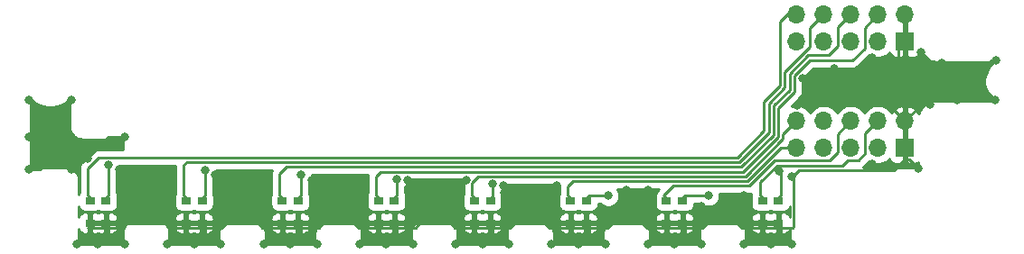
<source format=gtl>
G04 #@! TF.GenerationSoftware,KiCad,Pcbnew,(5.1.6-0-10_14)*
G04 #@! TF.CreationDate,2020-08-07T16:02:09+09:00*
G04 #@! TF.ProjectId,qPCR-photoarray,71504352-2d70-4686-9f74-6f6172726179,rev?*
G04 #@! TF.SameCoordinates,Original*
G04 #@! TF.FileFunction,Copper,L1,Top*
G04 #@! TF.FilePolarity,Positive*
%FSLAX46Y46*%
G04 Gerber Fmt 4.6, Leading zero omitted, Abs format (unit mm)*
G04 Created by KiCad (PCBNEW (5.1.6-0-10_14)) date 2020-08-07 16:02:09*
%MOMM*%
%LPD*%
G01*
G04 APERTURE LIST*
G04 #@! TA.AperFunction,ComponentPad*
%ADD10R,1.700000X1.700000*%
G04 #@! TD*
G04 #@! TA.AperFunction,ComponentPad*
%ADD11O,1.700000X1.700000*%
G04 #@! TD*
G04 #@! TA.AperFunction,SMDPad,CuDef*
%ADD12R,0.900000X0.800000*%
G04 #@! TD*
G04 #@! TA.AperFunction,ViaPad*
%ADD13C,0.800000*%
G04 #@! TD*
G04 #@! TA.AperFunction,Conductor*
%ADD14C,0.250000*%
G04 #@! TD*
G04 #@! TA.AperFunction,Conductor*
%ADD15C,0.254000*%
G04 #@! TD*
G04 APERTURE END LIST*
D10*
G04 #@! TO.P,U2,1*
G04 #@! TO.N,GND*
X193095000Y-102000000D03*
D11*
G04 #@! TO.P,U2,2*
X193095000Y-99460000D03*
G04 #@! TO.P,U2,3*
G04 #@! TO.N,OUT16*
X190555000Y-102000000D03*
G04 #@! TO.P,U2,4*
G04 #@! TO.N,OUT15*
X190555000Y-99460000D03*
G04 #@! TO.P,U2,5*
G04 #@! TO.N,OUT14*
X188015000Y-102000000D03*
G04 #@! TO.P,U2,6*
G04 #@! TO.N,OUT13*
X188015000Y-99460000D03*
G04 #@! TO.P,U2,7*
G04 #@! TO.N,OUT12*
X185475000Y-102000000D03*
G04 #@! TO.P,U2,8*
G04 #@! TO.N,OUT10*
X185475000Y-99460000D03*
G04 #@! TO.P,U2,9*
G04 #@! TO.N,OUT11*
X182935000Y-102000000D03*
G04 #@! TO.P,U2,10*
G04 #@! TO.N,OUT9*
X182935000Y-99460000D03*
G04 #@! TD*
G04 #@! TO.P,U1,10*
G04 #@! TO.N,OUT1*
X182935000Y-89460000D03*
G04 #@! TO.P,U1,9*
G04 #@! TO.N,OUT2*
X182935000Y-92000000D03*
G04 #@! TO.P,U1,8*
G04 #@! TO.N,OUT3*
X185475000Y-89460000D03*
G04 #@! TO.P,U1,7*
G04 #@! TO.N,OUT4*
X185475000Y-92000000D03*
G04 #@! TO.P,U1,6*
G04 #@! TO.N,OUT5*
X188015000Y-89460000D03*
G04 #@! TO.P,U1,5*
G04 #@! TO.N,OUT6*
X188015000Y-92000000D03*
G04 #@! TO.P,U1,4*
G04 #@! TO.N,OUT7*
X190555000Y-89460000D03*
G04 #@! TO.P,U1,3*
G04 #@! TO.N,OUT8*
X190555000Y-92000000D03*
G04 #@! TO.P,U1,2*
G04 #@! TO.N,GND*
X193095000Y-89460000D03*
D10*
G04 #@! TO.P,U1,1*
X193095000Y-92000000D03*
G04 #@! TD*
D12*
G04 #@! TO.P,D1,2*
G04 #@! TO.N,GND*
X116750000Y-109050000D03*
G04 #@! TO.P,D1,1*
G04 #@! TO.N,OUT1*
X116750000Y-106950000D03*
G04 #@! TD*
G04 #@! TO.P,D2,1*
G04 #@! TO.N,OUT2*
X118250000Y-106950000D03*
G04 #@! TO.P,D2,2*
G04 #@! TO.N,GND*
X118250000Y-109050000D03*
G04 #@! TD*
G04 #@! TO.P,D3,2*
G04 #@! TO.N,GND*
X125750000Y-109050000D03*
G04 #@! TO.P,D3,1*
G04 #@! TO.N,OUT3*
X125750000Y-106950000D03*
G04 #@! TD*
G04 #@! TO.P,D4,1*
G04 #@! TO.N,OUT4*
X127250000Y-106950000D03*
G04 #@! TO.P,D4,2*
G04 #@! TO.N,GND*
X127250000Y-109050000D03*
G04 #@! TD*
G04 #@! TO.P,D5,2*
G04 #@! TO.N,GND*
X134750000Y-109050000D03*
G04 #@! TO.P,D5,1*
G04 #@! TO.N,OUT5*
X134750000Y-106950000D03*
G04 #@! TD*
G04 #@! TO.P,D6,1*
G04 #@! TO.N,OUT6*
X136250000Y-106950000D03*
G04 #@! TO.P,D6,2*
G04 #@! TO.N,GND*
X136250000Y-109050000D03*
G04 #@! TD*
G04 #@! TO.P,D7,2*
G04 #@! TO.N,GND*
X143750000Y-109050000D03*
G04 #@! TO.P,D7,1*
G04 #@! TO.N,OUT7*
X143750000Y-106950000D03*
G04 #@! TD*
G04 #@! TO.P,D8,1*
G04 #@! TO.N,OUT8*
X145250000Y-106950000D03*
G04 #@! TO.P,D8,2*
G04 #@! TO.N,GND*
X145250000Y-109050000D03*
G04 #@! TD*
G04 #@! TO.P,D9,2*
G04 #@! TO.N,GND*
X152750000Y-109050000D03*
G04 #@! TO.P,D9,1*
G04 #@! TO.N,OUT9*
X152750000Y-106950000D03*
G04 #@! TD*
G04 #@! TO.P,D10,1*
G04 #@! TO.N,OUT10*
X154250000Y-106950000D03*
G04 #@! TO.P,D10,2*
G04 #@! TO.N,GND*
X154250000Y-109050000D03*
G04 #@! TD*
G04 #@! TO.P,D11,2*
G04 #@! TO.N,GND*
X161750000Y-109050000D03*
G04 #@! TO.P,D11,1*
G04 #@! TO.N,OUT11*
X161750000Y-106950000D03*
G04 #@! TD*
G04 #@! TO.P,D12,1*
G04 #@! TO.N,OUT12*
X163250000Y-106950000D03*
G04 #@! TO.P,D12,2*
G04 #@! TO.N,GND*
X163250000Y-109050000D03*
G04 #@! TD*
G04 #@! TO.P,D13,2*
G04 #@! TO.N,GND*
X170750000Y-109050000D03*
G04 #@! TO.P,D13,1*
G04 #@! TO.N,OUT13*
X170750000Y-106950000D03*
G04 #@! TD*
G04 #@! TO.P,D14,1*
G04 #@! TO.N,OUT14*
X172250000Y-106950000D03*
G04 #@! TO.P,D14,2*
G04 #@! TO.N,GND*
X172250000Y-109050000D03*
G04 #@! TD*
G04 #@! TO.P,D15,2*
G04 #@! TO.N,GND*
X179750000Y-109050000D03*
G04 #@! TO.P,D15,1*
G04 #@! TO.N,OUT15*
X179750000Y-106950000D03*
G04 #@! TD*
G04 #@! TO.P,D16,1*
G04 #@! TO.N,OUT16*
X181250000Y-106950000D03*
G04 #@! TO.P,D16,2*
G04 #@! TO.N,GND*
X181250000Y-109050000D03*
G04 #@! TD*
D13*
G04 #@! TO.N,GND*
X111000000Y-97500000D03*
X194500000Y-97000000D03*
X189500000Y-98000000D03*
X195400000Y-97900000D03*
X194600000Y-93000000D03*
X201600000Y-93800000D03*
X198200000Y-95500000D03*
X196500000Y-94000000D03*
X200000000Y-95000000D03*
X115000000Y-97500000D03*
X111000000Y-101000000D03*
X111000000Y-104000000D03*
X120000000Y-101000000D03*
X115000000Y-101000000D03*
X115000000Y-104000000D03*
X119500000Y-104000000D03*
X124500000Y-104000000D03*
X122000000Y-108500000D03*
X117500000Y-111000000D03*
X126500000Y-111000000D03*
X135500000Y-111000000D03*
X144500000Y-111000000D03*
X153500000Y-111000000D03*
X162500000Y-111000000D03*
X171500000Y-111000000D03*
X180500000Y-111000000D03*
X182500000Y-111000000D03*
X178000000Y-111000000D03*
X174000000Y-111000000D03*
X169000000Y-111000000D03*
X165000000Y-111000000D03*
X160000000Y-111000000D03*
X156000000Y-111000000D03*
X151000000Y-111000000D03*
X147000000Y-111000000D03*
X142000000Y-111000000D03*
X138000000Y-111000000D03*
X133000000Y-111000000D03*
X129000000Y-111000000D03*
X124000000Y-111000000D03*
X120000000Y-111000000D03*
X115500000Y-111000000D03*
X122000000Y-106000000D03*
X131000000Y-106000000D03*
X131000000Y-108500000D03*
X128500000Y-104500000D03*
X133500000Y-104500000D03*
X140000000Y-108500000D03*
X140000000Y-106000000D03*
X142500000Y-105000000D03*
X137500000Y-105000000D03*
X149000000Y-108500000D03*
X149000000Y-106500000D03*
X146500000Y-105000000D03*
X152000000Y-105000000D03*
X158000000Y-108500000D03*
X158000000Y-106500000D03*
X155500000Y-105500000D03*
X160500000Y-105500000D03*
X176000000Y-108500000D03*
X174000000Y-107500000D03*
X178000000Y-106500000D03*
X190000000Y-103500000D03*
X183500000Y-95500000D03*
X183000000Y-98000000D03*
X186500000Y-98000000D03*
X192000000Y-98000000D03*
X186500000Y-94500000D03*
X190000000Y-93500000D03*
X185500000Y-96500000D03*
X188500000Y-96000000D03*
X191000000Y-96000000D03*
X193000000Y-95500000D03*
X201500000Y-97500000D03*
X198000000Y-97500000D03*
X113000000Y-103000000D03*
X113000000Y-99000000D03*
X116500000Y-103000000D03*
X167000000Y-108500000D03*
X169000000Y-106000000D03*
X167000000Y-106000000D03*
X194300000Y-103900000D03*
X182500000Y-104700000D03*
G04 #@! TO.N,OUT2*
X118500000Y-103600010D03*
G04 #@! TO.N,OUT4*
X127500000Y-104100000D03*
G04 #@! TO.N,OUT6*
X136500000Y-104500028D03*
G04 #@! TO.N,OUT8*
X145500000Y-104950038D03*
G04 #@! TO.N,OUT10*
X154500000Y-105400046D03*
G04 #@! TO.N,OUT12*
X165300000Y-106500000D03*
G04 #@! TO.N,OUT14*
X174700000Y-106500000D03*
G04 #@! TO.N,OUT16*
X181300000Y-104200000D03*
G04 #@! TD*
D14*
G04 #@! TO.N,GND*
X152500000Y-109500000D02*
X154500000Y-109500000D01*
X170500000Y-109500000D02*
X172500000Y-109500000D01*
X193095000Y-99460000D02*
X193095000Y-102000000D01*
X194500000Y-98055000D02*
X194500000Y-97000000D01*
X193095000Y-99460000D02*
X194500000Y-98055000D01*
X194500000Y-96000000D02*
X192500000Y-94000000D01*
X194500000Y-97000000D02*
X194500000Y-96000000D01*
X192500000Y-92595000D02*
X193095000Y-92000000D01*
X192500000Y-94000000D02*
X192500000Y-92595000D01*
X193095000Y-89460000D02*
X193095000Y-92000000D01*
X196100000Y-94500000D02*
X196500000Y-94500000D01*
X199500000Y-94500000D02*
X200000000Y-95000000D01*
X201200000Y-93800000D02*
X200000000Y-95000000D01*
X201600000Y-93800000D02*
X201200000Y-93800000D01*
X200000000Y-96000000D02*
X200000000Y-95000000D01*
X198200000Y-94500000D02*
X199500000Y-94500000D01*
X198200000Y-96300000D02*
X198200000Y-94500000D01*
X196500000Y-94500000D02*
X198200000Y-94500000D01*
X195400000Y-94400000D02*
X195700000Y-94100000D01*
X195700000Y-94100000D02*
X196100000Y-94500000D01*
X194600000Y-93000000D02*
X195700000Y-94100000D01*
X194500000Y-97000000D02*
X195400000Y-97000000D01*
X195400000Y-97000000D02*
X195400000Y-94400000D01*
X195400000Y-97900000D02*
X195400000Y-97000000D01*
X118500000Y-109500000D02*
X119800000Y-109500000D01*
X119800000Y-109500000D02*
X120192144Y-109107856D01*
X124200000Y-109500000D02*
X125500000Y-109500000D01*
X123807856Y-109107856D02*
X124200000Y-109500000D01*
X127500000Y-109500000D02*
X129100000Y-109500000D01*
X129100000Y-109500000D02*
X129492144Y-109107856D01*
X132900000Y-109500000D02*
X134500000Y-109500000D01*
X132507856Y-109107856D02*
X132900000Y-109500000D01*
X136500000Y-109500000D02*
X138200000Y-109500000D01*
X138200000Y-109500000D02*
X138575754Y-109124246D01*
X141900000Y-109500000D02*
X143500000Y-109500000D01*
X141524246Y-109124246D02*
X141900000Y-109500000D01*
X150900000Y-109500000D02*
X152500000Y-109500000D01*
X147261496Y-109500000D02*
X147637250Y-109124246D01*
X150524246Y-109124246D02*
X150900000Y-109500000D01*
X145500000Y-109500000D02*
X147261496Y-109500000D01*
X154500000Y-109500000D02*
X156100000Y-109500000D01*
X156492144Y-109107856D02*
X159407856Y-109107856D01*
X156100000Y-109500000D02*
X156492144Y-109107856D01*
X159800000Y-109500000D02*
X161500000Y-109500000D01*
X159407856Y-109107856D02*
X159800000Y-109500000D01*
X163500000Y-109500000D02*
X165200000Y-109500000D01*
X165200000Y-109500000D02*
X165592144Y-109107856D01*
X168900000Y-109500000D02*
X170500000Y-109500000D01*
X168507856Y-109107856D02*
X168900000Y-109500000D01*
X172500000Y-109500000D02*
X174100000Y-109500000D01*
X174100000Y-109500000D02*
X174492144Y-109107856D01*
X177800000Y-109500000D02*
X179500000Y-109500000D01*
X177407856Y-109107856D02*
X177800000Y-109500000D01*
X182550000Y-109500000D02*
X182625001Y-109424999D01*
X182625001Y-109424999D02*
X182625001Y-105474999D01*
X181500000Y-109500000D02*
X182550000Y-109500000D01*
X112500000Y-99000000D02*
X113000000Y-99000000D01*
X111000000Y-97500000D02*
X112500000Y-99000000D01*
X113500000Y-99000000D02*
X113000000Y-99000000D01*
X115000000Y-97500000D02*
X113500000Y-99000000D01*
X111000000Y-101000000D02*
X113000000Y-99000000D01*
X115000000Y-101000000D02*
X113000000Y-99000000D01*
X113000000Y-103000000D02*
X115000000Y-101000000D01*
X115000000Y-101500000D02*
X115000000Y-101000000D01*
X116500000Y-103000000D02*
X115000000Y-101500000D01*
X118500000Y-101000000D02*
X116500000Y-103000000D01*
X120000000Y-101000000D02*
X118500000Y-101000000D01*
X115500000Y-111000000D02*
X117500000Y-111000000D01*
X118500000Y-109500000D02*
X118500000Y-111000000D01*
X118500000Y-111000000D02*
X120000000Y-111000000D01*
X117500000Y-111000000D02*
X118500000Y-111000000D01*
X122000000Y-109000000D02*
X121892144Y-109107856D01*
X122000000Y-108500000D02*
X122000000Y-109000000D01*
X121892144Y-109107856D02*
X123807856Y-109107856D01*
X120192144Y-109107856D02*
X121892144Y-109107856D01*
X122000000Y-106000000D02*
X122000000Y-108500000D01*
X121500000Y-106000000D02*
X122000000Y-106000000D01*
X119500000Y-104000000D02*
X121500000Y-106000000D01*
X122500000Y-106000000D02*
X122000000Y-106000000D01*
X124500000Y-104000000D02*
X122500000Y-106000000D01*
X131000000Y-109000000D02*
X130892144Y-109107856D01*
X130892144Y-109107856D02*
X132507856Y-109107856D01*
X131000000Y-108500000D02*
X131000000Y-109000000D01*
X129492144Y-109107856D02*
X130892144Y-109107856D01*
X124000000Y-111000000D02*
X126500000Y-111000000D01*
X127500000Y-109500000D02*
X127500000Y-111000000D01*
X127500000Y-111000000D02*
X129000000Y-111000000D01*
X126500000Y-111000000D02*
X127500000Y-111000000D01*
X131000000Y-106000000D02*
X131000000Y-108500000D01*
X129500000Y-104500000D02*
X131000000Y-106000000D01*
X128500000Y-104500000D02*
X129500000Y-104500000D01*
X132500000Y-104500000D02*
X131000000Y-106000000D01*
X133500000Y-104500000D02*
X132500000Y-104500000D01*
X133000000Y-111000000D02*
X135500000Y-111000000D01*
X136500000Y-109500000D02*
X136500000Y-111000000D01*
X136500000Y-111000000D02*
X138000000Y-111000000D01*
X135500000Y-111000000D02*
X136500000Y-111000000D01*
X139000000Y-105000000D02*
X140000000Y-106000000D01*
X137500000Y-105000000D02*
X139000000Y-105000000D01*
X141000000Y-105000000D02*
X140000000Y-106000000D01*
X142500000Y-105000000D02*
X141000000Y-105000000D01*
X140000000Y-106000000D02*
X140000000Y-108500000D01*
X140000000Y-109000000D02*
X140124246Y-109124246D01*
X140000000Y-108500000D02*
X140000000Y-109000000D01*
X140124246Y-109124246D02*
X141524246Y-109124246D01*
X138575754Y-109124246D02*
X140124246Y-109124246D01*
X142000000Y-111000000D02*
X144500000Y-111000000D01*
X145500000Y-109500000D02*
X145500000Y-111000000D01*
X145500000Y-111000000D02*
X147000000Y-111000000D01*
X144500000Y-111000000D02*
X145500000Y-111000000D01*
X147500000Y-105000000D02*
X149000000Y-106500000D01*
X146500000Y-105000000D02*
X147500000Y-105000000D01*
X150500000Y-105000000D02*
X149000000Y-106500000D01*
X152000000Y-105000000D02*
X150500000Y-105000000D01*
X149000000Y-106500000D02*
X149000000Y-108500000D01*
X149000000Y-109000000D02*
X149124246Y-109124246D01*
X149000000Y-108500000D02*
X149000000Y-109000000D01*
X149124246Y-109124246D02*
X150524246Y-109124246D01*
X147637250Y-109124246D02*
X149124246Y-109124246D01*
X151000000Y-111000000D02*
X153500000Y-111000000D01*
X154500000Y-109500000D02*
X154500000Y-111000000D01*
X154500000Y-111000000D02*
X156000000Y-111000000D01*
X153500000Y-111000000D02*
X154500000Y-111000000D01*
X157000000Y-105500000D02*
X158000000Y-106500000D01*
X155500000Y-105500000D02*
X157000000Y-105500000D01*
X159000000Y-105500000D02*
X158000000Y-106500000D01*
X160500000Y-105500000D02*
X159000000Y-105500000D01*
X158000000Y-106500000D02*
X158000000Y-108500000D01*
X158000000Y-108500000D02*
X158000000Y-109000000D01*
X160000000Y-111000000D02*
X162500000Y-111000000D01*
X163500000Y-109500000D02*
X163500000Y-111000000D01*
X163500000Y-111000000D02*
X165000000Y-111000000D01*
X162500000Y-111000000D02*
X163500000Y-111000000D01*
X169000000Y-106000000D02*
X167000000Y-106000000D01*
X167000000Y-106000000D02*
X167000000Y-108500000D01*
X167000000Y-109000000D02*
X167107856Y-109107856D01*
X167000000Y-108500000D02*
X167000000Y-109000000D01*
X167107856Y-109107856D02*
X168507856Y-109107856D01*
X165592144Y-109107856D02*
X167107856Y-109107856D01*
X169000000Y-111000000D02*
X171500000Y-111000000D01*
X172500000Y-109500000D02*
X172500000Y-111000000D01*
X172500000Y-111000000D02*
X174000000Y-111000000D01*
X171500000Y-111000000D02*
X172500000Y-111000000D01*
X175000000Y-107500000D02*
X176000000Y-108500000D01*
X174000000Y-107500000D02*
X175000000Y-107500000D01*
X178000000Y-106500000D02*
X176000000Y-108500000D01*
X176000000Y-108500000D02*
X176000000Y-109000000D01*
X176000000Y-109000000D02*
X175892144Y-109107856D01*
X175892144Y-109107856D02*
X177407856Y-109107856D01*
X174492144Y-109107856D02*
X175892144Y-109107856D01*
X178000000Y-111000000D02*
X180500000Y-111000000D01*
X181500000Y-109500000D02*
X181500000Y-111000000D01*
X181500000Y-111000000D02*
X182500000Y-111000000D01*
X180500000Y-111000000D02*
X181500000Y-111000000D01*
X183500000Y-97500000D02*
X183500000Y-95500000D01*
X183000000Y-98000000D02*
X183500000Y-97500000D01*
X192000000Y-98365000D02*
X193095000Y-99460000D01*
X192000000Y-98000000D02*
X192000000Y-98365000D01*
X192000000Y-98000000D02*
X189500000Y-98000000D01*
X189500000Y-98000000D02*
X186500000Y-98000000D01*
X186500000Y-98000000D02*
X183000000Y-98000000D01*
X185500000Y-95500000D02*
X186500000Y-94500000D01*
X183500000Y-95500000D02*
X185500000Y-95500000D01*
X185500000Y-96500000D02*
X185500000Y-95500000D01*
X186000000Y-96000000D02*
X185500000Y-96500000D01*
X188500000Y-96000000D02*
X186000000Y-96000000D01*
X188500000Y-96000000D02*
X191000000Y-96000000D01*
X190000000Y-95000000D02*
X191000000Y-96000000D01*
X190000000Y-93500000D02*
X190000000Y-95000000D01*
X191500000Y-95500000D02*
X191000000Y-96000000D01*
X193000000Y-95500000D02*
X191500000Y-95500000D01*
X198000000Y-96500000D02*
X198200000Y-96300000D01*
X198000000Y-97500000D02*
X198000000Y-96500000D01*
X201500000Y-97500000D02*
X200000000Y-96000000D01*
X183136506Y-104124990D02*
X182624990Y-104636506D01*
X193095000Y-103100000D02*
X192070010Y-104124990D01*
X193095000Y-102000000D02*
X193095000Y-103100000D01*
X190000000Y-104049980D02*
X189924990Y-104124990D01*
X190000000Y-103500000D02*
X190000000Y-104049980D01*
X189924990Y-104124990D02*
X183136506Y-104124990D01*
X192070010Y-104124990D02*
X189924990Y-104124990D01*
X182500000Y-104850020D02*
X182624990Y-104975010D01*
X182500000Y-104700000D02*
X182500000Y-104850020D01*
X182624990Y-104975010D02*
X182624990Y-105474999D01*
X182624990Y-104636506D02*
X182624990Y-104975010D01*
X193500000Y-103100000D02*
X193095000Y-103100000D01*
X194300000Y-103900000D02*
X193500000Y-103100000D01*
X112000000Y-104000000D02*
X113000000Y-103000000D01*
X111000000Y-104000000D02*
X112000000Y-104000000D01*
X181250000Y-109250000D02*
X181500000Y-109500000D01*
X181250000Y-109050000D02*
X181250000Y-109250000D01*
X179750000Y-109050000D02*
X179750000Y-109500000D01*
X179750000Y-109500000D02*
X181500000Y-109500000D01*
X179500000Y-109500000D02*
X179750000Y-109500000D01*
X172250000Y-109250000D02*
X172500000Y-109500000D01*
X172250000Y-109050000D02*
X172250000Y-109250000D01*
X170750000Y-109250000D02*
X170500000Y-109500000D01*
X170750000Y-109050000D02*
X170750000Y-109250000D01*
X163250000Y-109250000D02*
X163500000Y-109500000D01*
X163250000Y-109050000D02*
X163250000Y-109250000D01*
X161750000Y-109050000D02*
X161750000Y-109500000D01*
X161750000Y-109500000D02*
X163500000Y-109500000D01*
X161500000Y-109500000D02*
X161750000Y-109500000D01*
X154250000Y-109250000D02*
X154500000Y-109500000D01*
X154250000Y-109050000D02*
X154250000Y-109250000D01*
X152750000Y-109250000D02*
X152500000Y-109500000D01*
X152750000Y-109050000D02*
X152750000Y-109250000D01*
X145250000Y-109050000D02*
X145250000Y-109250000D01*
X145000000Y-109500000D02*
X145500000Y-109500000D01*
X145250000Y-109250000D02*
X145000000Y-109500000D01*
X143750000Y-109050000D02*
X143750000Y-109500000D01*
X143750000Y-109500000D02*
X145000000Y-109500000D01*
X143500000Y-109500000D02*
X143750000Y-109500000D01*
X136250000Y-109250000D02*
X136500000Y-109500000D01*
X136250000Y-109050000D02*
X136250000Y-109250000D01*
X134750000Y-109050000D02*
X134750000Y-109500000D01*
X134750000Y-109500000D02*
X136500000Y-109500000D01*
X134500000Y-109500000D02*
X134750000Y-109500000D01*
X127250000Y-109050000D02*
X127250000Y-109500000D01*
X127250000Y-109500000D02*
X127500000Y-109500000D01*
X125750000Y-109250000D02*
X126000000Y-109500000D01*
X125750000Y-109050000D02*
X125750000Y-109250000D01*
X126000000Y-109500000D02*
X127250000Y-109500000D01*
X125500000Y-109500000D02*
X126000000Y-109500000D01*
X118250000Y-109050000D02*
X118250000Y-109500000D01*
X118250000Y-109500000D02*
X118500000Y-109500000D01*
X116750000Y-109050000D02*
X116750000Y-109250000D01*
X117000000Y-109500000D02*
X118250000Y-109500000D01*
X116750000Y-109250000D02*
X117000000Y-109500000D01*
X116500000Y-109500000D02*
X117000000Y-109500000D01*
G04 #@! TO.N,OUT1*
X182040000Y-89460000D02*
X182935000Y-89460000D01*
X181375010Y-90124990D02*
X182040000Y-89460000D01*
X117524990Y-102875010D02*
X177386674Y-102875010D01*
X116500000Y-103900000D02*
X117524990Y-102875010D01*
X116500000Y-106500000D02*
X116500000Y-103900000D01*
X177386674Y-102875010D02*
X179875010Y-100386674D01*
X181375010Y-96155334D02*
X181375010Y-94524990D01*
X179875010Y-97655334D02*
X181375010Y-96155334D01*
X179875010Y-100386674D02*
X179875010Y-97655334D01*
X181375010Y-94524990D02*
X181375010Y-90124990D01*
X181375010Y-94655334D02*
X181375010Y-94524990D01*
X116750000Y-106750000D02*
X116500000Y-106500000D01*
X116750000Y-106950000D02*
X116750000Y-106750000D01*
G04 #@! TO.N,OUT2*
X118500000Y-106500000D02*
X118500000Y-103600010D01*
X118250000Y-106750000D02*
X118500000Y-106500000D01*
X118250000Y-106950000D02*
X118250000Y-106750000D01*
G04 #@! TO.N,OUT3*
X125500000Y-106500000D02*
X125500000Y-103625020D01*
X125800000Y-103325020D02*
X177573075Y-103325019D01*
X125500000Y-103625020D02*
X125800000Y-103325020D01*
X184200000Y-90735000D02*
X185475000Y-89460000D01*
X184200000Y-92466754D02*
X184200000Y-90735000D01*
X177573075Y-103325019D02*
X180325020Y-100573074D01*
X180325020Y-100573074D02*
X180325020Y-97841734D01*
X180325020Y-97841734D02*
X181825020Y-96341734D01*
X181825020Y-94841734D02*
X181825020Y-96341734D01*
X184200000Y-92466754D02*
X181825020Y-94841734D01*
X125750000Y-106750000D02*
X125500000Y-106500000D01*
X125750000Y-106950000D02*
X125750000Y-106750000D01*
G04 #@! TO.N,OUT4*
X127500000Y-106500000D02*
X127500000Y-104100000D01*
X127250000Y-106750000D02*
X127500000Y-106500000D01*
X127250000Y-106950000D02*
X127250000Y-106750000D01*
G04 #@! TO.N,OUT5*
X186800000Y-90675000D02*
X188015000Y-89460000D01*
X186800000Y-92414002D02*
X186800000Y-90675000D01*
X184003164Y-93300000D02*
X185914002Y-93300000D01*
X185914002Y-93300000D02*
X186800000Y-92414002D01*
X134500000Y-104400000D02*
X135124972Y-103775028D01*
X135124972Y-103775028D02*
X177759476Y-103775028D01*
X134500000Y-106500000D02*
X134500000Y-104400000D01*
X182275030Y-95028134D02*
X184003164Y-93300000D01*
X180775030Y-98028134D02*
X182275030Y-96528134D01*
X182275030Y-96528134D02*
X182275030Y-95028134D01*
X180775030Y-100759474D02*
X180775030Y-98028134D01*
X177759476Y-103775028D02*
X180775030Y-100759474D01*
X134750000Y-106750000D02*
X134500000Y-106500000D01*
X134750000Y-106950000D02*
X134750000Y-106750000D01*
G04 #@! TO.N,OUT6*
X136500000Y-106500000D02*
X136500000Y-105000000D01*
X136500000Y-105000000D02*
X136500000Y-104500028D01*
X136250000Y-106750000D02*
X136500000Y-106500000D01*
X136250000Y-106950000D02*
X136250000Y-106750000D01*
G04 #@! TO.N,OUT7*
X184189564Y-93750010D02*
X188193990Y-93750010D01*
X188193990Y-93750010D02*
X189300000Y-92644000D01*
X189300000Y-90715000D02*
X190555000Y-89460000D01*
X144000000Y-104225038D02*
X177945877Y-104225037D01*
X143500000Y-106500000D02*
X143500000Y-104725038D01*
X143500000Y-104725038D02*
X144000000Y-104225038D01*
X189300000Y-92644000D02*
X189300000Y-90715000D01*
X181225039Y-98214535D02*
X182725040Y-96714534D01*
X181225039Y-100945875D02*
X181225039Y-98214535D01*
X177945877Y-104225037D02*
X181225039Y-100945875D01*
X182725040Y-96714534D02*
X182725040Y-95214534D01*
X182725040Y-95214534D02*
X184189564Y-93750010D01*
X143750000Y-106750000D02*
X143500000Y-106500000D01*
X143750000Y-106950000D02*
X143750000Y-106750000D01*
G04 #@! TO.N,OUT8*
X145500000Y-106500000D02*
X145500000Y-105000000D01*
X145500000Y-105000000D02*
X145500000Y-104950038D01*
X145250000Y-106750000D02*
X145500000Y-106500000D01*
X145250000Y-106950000D02*
X145250000Y-106750000D01*
G04 #@! TO.N,OUT9*
X152500000Y-106500000D02*
X152500000Y-105275047D01*
X153100001Y-104675046D02*
X178132278Y-104675046D01*
X152500000Y-105275047D02*
X153100001Y-104675046D01*
X181675049Y-100719951D02*
X182935000Y-99460000D01*
X181675049Y-101132275D02*
X181675049Y-100719951D01*
X178132278Y-104675046D02*
X181675049Y-101132275D01*
X152750000Y-106750000D02*
X152500000Y-106500000D01*
X152750000Y-106950000D02*
X152750000Y-106750000D01*
G04 #@! TO.N,OUT10*
X154500000Y-106500000D02*
X154500000Y-105400000D01*
X154500000Y-105400000D02*
X154500000Y-105400046D01*
X154250000Y-106750000D02*
X154500000Y-106500000D01*
X154250000Y-106950000D02*
X154250000Y-106750000D01*
G04 #@! TO.N,OUT11*
X181443734Y-102000000D02*
X182935000Y-102000000D01*
X178318679Y-105125055D02*
X181443734Y-102000000D01*
X161500000Y-105625056D02*
X162000000Y-105125056D01*
X162000000Y-105125056D02*
X178318679Y-105125055D01*
X161500000Y-106500000D02*
X161500000Y-105625056D01*
X161750000Y-106750000D02*
X161500000Y-106500000D01*
X161750000Y-106950000D02*
X161750000Y-106750000D01*
G04 #@! TO.N,OUT12*
X163500000Y-106500000D02*
X165300000Y-106500000D01*
X163250000Y-106750000D02*
X163500000Y-106500000D01*
X163250000Y-106950000D02*
X163250000Y-106750000D01*
G04 #@! TO.N,OUT13*
X186800000Y-100675000D02*
X188015000Y-99460000D01*
X186800000Y-102414002D02*
X186800000Y-100675000D01*
X170500000Y-106500000D02*
X171424936Y-105575064D01*
X186014002Y-103200000D02*
X186800000Y-102414002D01*
X178524936Y-105575064D02*
X180900000Y-103200000D01*
X180900000Y-103200000D02*
X186014002Y-103200000D01*
X171424936Y-105575064D02*
X178524936Y-105575064D01*
X170750000Y-106750000D02*
X170500000Y-106500000D01*
X170750000Y-106950000D02*
X170750000Y-106750000D01*
G04 #@! TO.N,OUT14*
X172500000Y-106500000D02*
X174700000Y-106500000D01*
X172250000Y-106750000D02*
X172500000Y-106500000D01*
X172250000Y-106950000D02*
X172250000Y-106750000D01*
G04 #@! TO.N,OUT15*
X189379999Y-102520001D02*
X189379999Y-100635001D01*
X188724999Y-103175001D02*
X189379999Y-102520001D01*
X187724999Y-103175001D02*
X188724999Y-103175001D01*
X187249990Y-103650010D02*
X187724999Y-103175001D01*
X181086400Y-103650010D02*
X187249990Y-103650010D01*
X189379999Y-100635001D02*
X190555000Y-99460000D01*
X179500000Y-105236410D02*
X181086400Y-103650010D01*
X179500000Y-106500000D02*
X179500000Y-105236410D01*
X179750000Y-106750000D02*
X179500000Y-106500000D01*
X179750000Y-106950000D02*
X179750000Y-106750000D01*
G04 #@! TO.N,OUT16*
X181500000Y-104400000D02*
X181300000Y-104200000D01*
X181500000Y-106500000D02*
X181500000Y-104400000D01*
X181250000Y-106750000D02*
X181500000Y-106500000D01*
X181250000Y-106950000D02*
X181250000Y-106750000D01*
G04 #@! TD*
D15*
G04 #@! TO.N,GND*
G36*
X124740001Y-103662352D02*
G01*
X124740000Y-106250626D01*
X124710498Y-106305820D01*
X124674188Y-106425518D01*
X124661928Y-106550000D01*
X124661928Y-107350000D01*
X124674188Y-107474482D01*
X124710498Y-107594180D01*
X124769463Y-107704494D01*
X124848815Y-107801185D01*
X124945506Y-107880537D01*
X125055820Y-107939502D01*
X125175518Y-107975812D01*
X125300000Y-107988072D01*
X126200000Y-107988072D01*
X126324482Y-107975812D01*
X126444180Y-107939502D01*
X126500000Y-107909665D01*
X126555820Y-107939502D01*
X126675518Y-107975812D01*
X126800000Y-107988072D01*
X127700000Y-107988072D01*
X127824482Y-107975812D01*
X127944180Y-107939502D01*
X128054494Y-107880537D01*
X128151185Y-107801185D01*
X128230537Y-107704494D01*
X128289502Y-107594180D01*
X128325812Y-107474482D01*
X128338072Y-107350000D01*
X128338072Y-106550000D01*
X128325812Y-106425518D01*
X128289502Y-106305820D01*
X128260000Y-106250627D01*
X128260000Y-104803711D01*
X128303937Y-104759774D01*
X128417205Y-104590256D01*
X128495226Y-104401898D01*
X128535000Y-104201939D01*
X128535000Y-104085020D01*
X133806606Y-104085020D01*
X133794454Y-104107754D01*
X133769924Y-104188623D01*
X133750998Y-104251014D01*
X133741755Y-104344863D01*
X133736324Y-104400000D01*
X133740001Y-104437332D01*
X133740000Y-106250626D01*
X133710498Y-106305820D01*
X133674188Y-106425518D01*
X133661928Y-106550000D01*
X133661928Y-107350000D01*
X133674188Y-107474482D01*
X133710498Y-107594180D01*
X133769463Y-107704494D01*
X133848815Y-107801185D01*
X133945506Y-107880537D01*
X134055820Y-107939502D01*
X134175518Y-107975812D01*
X134300000Y-107988072D01*
X135200000Y-107988072D01*
X135324482Y-107975812D01*
X135444180Y-107939502D01*
X135500000Y-107909665D01*
X135555820Y-107939502D01*
X135675518Y-107975812D01*
X135800000Y-107988072D01*
X136700000Y-107988072D01*
X136824482Y-107975812D01*
X136944180Y-107939502D01*
X137054494Y-107880537D01*
X137151185Y-107801185D01*
X137230537Y-107704494D01*
X137289502Y-107594180D01*
X137325812Y-107474482D01*
X137338072Y-107350000D01*
X137338072Y-106550000D01*
X137325812Y-106425518D01*
X137289502Y-106305820D01*
X137260000Y-106250627D01*
X137260000Y-105203739D01*
X137303937Y-105159802D01*
X137417205Y-104990284D01*
X137495226Y-104801926D01*
X137535000Y-104601967D01*
X137535000Y-104535028D01*
X142763442Y-104535028D01*
X142750998Y-104576052D01*
X142743486Y-104652324D01*
X142736324Y-104725038D01*
X142740001Y-104762370D01*
X142740000Y-106250626D01*
X142710498Y-106305820D01*
X142674188Y-106425518D01*
X142661928Y-106550000D01*
X142661928Y-107350000D01*
X142674188Y-107474482D01*
X142710498Y-107594180D01*
X142769463Y-107704494D01*
X142848815Y-107801185D01*
X142945506Y-107880537D01*
X143055820Y-107939502D01*
X143175518Y-107975812D01*
X143300000Y-107988072D01*
X144200000Y-107988072D01*
X144324482Y-107975812D01*
X144444180Y-107939502D01*
X144500000Y-107909665D01*
X144555820Y-107939502D01*
X144675518Y-107975812D01*
X144800000Y-107988072D01*
X145700000Y-107988072D01*
X145824482Y-107975812D01*
X145944180Y-107939502D01*
X146054494Y-107880537D01*
X146151185Y-107801185D01*
X146230537Y-107704494D01*
X146289502Y-107594180D01*
X146325812Y-107474482D01*
X146338072Y-107350000D01*
X146338072Y-106550000D01*
X146325812Y-106425518D01*
X146289502Y-106305820D01*
X146260000Y-106250627D01*
X146260000Y-105653749D01*
X146303937Y-105609812D01*
X146417205Y-105440294D01*
X146495226Y-105251936D01*
X146535000Y-105051977D01*
X146535000Y-104985038D01*
X151793776Y-104985038D01*
X151768962Y-105066841D01*
X151750998Y-105126061D01*
X151743639Y-105200780D01*
X151736324Y-105275047D01*
X151740001Y-105312379D01*
X151740000Y-106250626D01*
X151710498Y-106305820D01*
X151674188Y-106425518D01*
X151661928Y-106550000D01*
X151661928Y-107350000D01*
X151674188Y-107474482D01*
X151710498Y-107594180D01*
X151769463Y-107704494D01*
X151848815Y-107801185D01*
X151945506Y-107880537D01*
X152055820Y-107939502D01*
X152175518Y-107975812D01*
X152300000Y-107988072D01*
X153200000Y-107988072D01*
X153324482Y-107975812D01*
X153444180Y-107939502D01*
X153500000Y-107909665D01*
X153555820Y-107939502D01*
X153675518Y-107975812D01*
X153800000Y-107988072D01*
X154700000Y-107988072D01*
X154824482Y-107975812D01*
X154944180Y-107939502D01*
X155054494Y-107880537D01*
X155151185Y-107801185D01*
X155230537Y-107704494D01*
X155289502Y-107594180D01*
X155325812Y-107474482D01*
X155338072Y-107350000D01*
X155338072Y-106550000D01*
X155325812Y-106425518D01*
X155289502Y-106305820D01*
X155260000Y-106250627D01*
X155260000Y-106103757D01*
X155303937Y-106059820D01*
X155417205Y-105890302D01*
X155495226Y-105701944D01*
X155535000Y-105501985D01*
X155535000Y-105435046D01*
X160763442Y-105435046D01*
X160750998Y-105476070D01*
X160740000Y-105587723D01*
X160740000Y-105587734D01*
X160736324Y-105625056D01*
X160740000Y-105662378D01*
X160740000Y-106250627D01*
X160710498Y-106305820D01*
X160674188Y-106425518D01*
X160661928Y-106550000D01*
X160661928Y-107350000D01*
X160674188Y-107474482D01*
X160710498Y-107594180D01*
X160769463Y-107704494D01*
X160848815Y-107801185D01*
X160945506Y-107880537D01*
X161055820Y-107939502D01*
X161175518Y-107975812D01*
X161300000Y-107988072D01*
X162200000Y-107988072D01*
X162324482Y-107975812D01*
X162444180Y-107939502D01*
X162500000Y-107909665D01*
X162555820Y-107939502D01*
X162675518Y-107975812D01*
X162800000Y-107988072D01*
X163700000Y-107988072D01*
X163824482Y-107975812D01*
X163944180Y-107939502D01*
X164054494Y-107880537D01*
X164151185Y-107801185D01*
X164230537Y-107704494D01*
X164289502Y-107594180D01*
X164325812Y-107474482D01*
X164338072Y-107350000D01*
X164338072Y-107260000D01*
X164596289Y-107260000D01*
X164640226Y-107303937D01*
X164809744Y-107417205D01*
X164998102Y-107495226D01*
X165198061Y-107535000D01*
X165401939Y-107535000D01*
X165601898Y-107495226D01*
X165790256Y-107417205D01*
X165959774Y-107303937D01*
X166103937Y-107159774D01*
X166217205Y-106990256D01*
X166295226Y-106801898D01*
X166335000Y-106601939D01*
X166335000Y-106398061D01*
X166295226Y-106198102D01*
X166217205Y-106009744D01*
X166133891Y-105885055D01*
X170040144Y-105885055D01*
X169989002Y-105936197D01*
X169959999Y-105959999D01*
X169878078Y-106059820D01*
X169865026Y-106075724D01*
X169855707Y-106093159D01*
X169848815Y-106098815D01*
X169769463Y-106195506D01*
X169710498Y-106305820D01*
X169674188Y-106425518D01*
X169661928Y-106550000D01*
X169661928Y-107350000D01*
X169674188Y-107474482D01*
X169710498Y-107594180D01*
X169769463Y-107704494D01*
X169848815Y-107801185D01*
X169945506Y-107880537D01*
X170055820Y-107939502D01*
X170175518Y-107975812D01*
X170300000Y-107988072D01*
X171200000Y-107988072D01*
X171324482Y-107975812D01*
X171444180Y-107939502D01*
X171500000Y-107909665D01*
X171555820Y-107939502D01*
X171675518Y-107975812D01*
X171800000Y-107988072D01*
X172700000Y-107988072D01*
X172824482Y-107975812D01*
X172944180Y-107939502D01*
X173054494Y-107880537D01*
X173151185Y-107801185D01*
X173230537Y-107704494D01*
X173289502Y-107594180D01*
X173325812Y-107474482D01*
X173338072Y-107350000D01*
X173338072Y-107260000D01*
X173996289Y-107260000D01*
X174040226Y-107303937D01*
X174209744Y-107417205D01*
X174398102Y-107495226D01*
X174598061Y-107535000D01*
X174801939Y-107535000D01*
X175001898Y-107495226D01*
X175190256Y-107417205D01*
X175359774Y-107303937D01*
X175503937Y-107159774D01*
X175617205Y-106990256D01*
X175695226Y-106801898D01*
X175735000Y-106601939D01*
X175735000Y-106398061D01*
X175722469Y-106335064D01*
X178487614Y-106335064D01*
X178524936Y-106338740D01*
X178562258Y-106335064D01*
X178562269Y-106335064D01*
X178673922Y-106324067D01*
X178708109Y-106313697D01*
X178674188Y-106425518D01*
X178661928Y-106550000D01*
X178661928Y-107350000D01*
X178674188Y-107474482D01*
X178710498Y-107594180D01*
X178769463Y-107704494D01*
X178848815Y-107801185D01*
X178945506Y-107880537D01*
X179055820Y-107939502D01*
X179175518Y-107975812D01*
X179300000Y-107988072D01*
X180200000Y-107988072D01*
X180324482Y-107975812D01*
X180444180Y-107939502D01*
X180500000Y-107909665D01*
X180555820Y-107939502D01*
X180675518Y-107975812D01*
X180800000Y-107988072D01*
X181700000Y-107988072D01*
X181824482Y-107975812D01*
X181944180Y-107939502D01*
X182054494Y-107880537D01*
X182151185Y-107801185D01*
X182230537Y-107704494D01*
X182289502Y-107594180D01*
X182315001Y-107510122D01*
X182315000Y-108489876D01*
X182289502Y-108405820D01*
X182230537Y-108295506D01*
X182151185Y-108198815D01*
X182054494Y-108119463D01*
X181944180Y-108060498D01*
X181824482Y-108024188D01*
X181700000Y-108011928D01*
X181535750Y-108015000D01*
X181377000Y-108173750D01*
X181377000Y-108923000D01*
X181397000Y-108923000D01*
X181397000Y-109177000D01*
X181377000Y-109177000D01*
X181377000Y-109926250D01*
X181535750Y-110085000D01*
X181700000Y-110088072D01*
X181824482Y-110075812D01*
X181944180Y-110039502D01*
X182054494Y-109980537D01*
X182151185Y-109901185D01*
X182230537Y-109804494D01*
X182289502Y-109694180D01*
X182315000Y-109610124D01*
X182315000Y-110815000D01*
X178185000Y-110815000D01*
X178185000Y-109966353D01*
X178182148Y-109937399D01*
X178182169Y-109934427D01*
X178181236Y-109924909D01*
X178176179Y-109876790D01*
X178175088Y-109865717D01*
X178174976Y-109865348D01*
X178171036Y-109827860D01*
X178158547Y-109767017D01*
X178146918Y-109706058D01*
X178144154Y-109696902D01*
X178115298Y-109603683D01*
X178091232Y-109546434D01*
X178067979Y-109488881D01*
X178063489Y-109480436D01*
X178047033Y-109450000D01*
X178661928Y-109450000D01*
X178674188Y-109574482D01*
X178710498Y-109694180D01*
X178769463Y-109804494D01*
X178848815Y-109901185D01*
X178945506Y-109980537D01*
X179055820Y-110039502D01*
X179175518Y-110075812D01*
X179300000Y-110088072D01*
X179464250Y-110085000D01*
X179623000Y-109926250D01*
X179623000Y-109177000D01*
X179877000Y-109177000D01*
X179877000Y-109926250D01*
X180035750Y-110085000D01*
X180200000Y-110088072D01*
X180324482Y-110075812D01*
X180444180Y-110039502D01*
X180500000Y-110009665D01*
X180555820Y-110039502D01*
X180675518Y-110075812D01*
X180800000Y-110088072D01*
X180964250Y-110085000D01*
X181123000Y-109926250D01*
X181123000Y-109177000D01*
X179877000Y-109177000D01*
X179623000Y-109177000D01*
X178823750Y-109177000D01*
X178665000Y-109335750D01*
X178661928Y-109450000D01*
X178047033Y-109450000D01*
X178017077Y-109394598D01*
X177982350Y-109343115D01*
X177948364Y-109291179D01*
X177942320Y-109283767D01*
X177880118Y-109208579D01*
X177836051Y-109164818D01*
X177792630Y-109120478D01*
X177785261Y-109114381D01*
X177709640Y-109052706D01*
X177657959Y-109018368D01*
X177606694Y-108983267D01*
X177598281Y-108978718D01*
X177512120Y-108932906D01*
X177454704Y-108909242D01*
X177397661Y-108884792D01*
X177388525Y-108881964D01*
X177295107Y-108853759D01*
X177234195Y-108841698D01*
X177173471Y-108828791D01*
X177163959Y-108827791D01*
X177066841Y-108818269D01*
X177066837Y-108818269D01*
X177033647Y-108815000D01*
X174966353Y-108815000D01*
X174937399Y-108817852D01*
X174934427Y-108817831D01*
X174924909Y-108818764D01*
X174876790Y-108823821D01*
X174865717Y-108824912D01*
X174865348Y-108825024D01*
X174827860Y-108828964D01*
X174767017Y-108841453D01*
X174706058Y-108853082D01*
X174696902Y-108855846D01*
X174603683Y-108884702D01*
X174546434Y-108908768D01*
X174488881Y-108932021D01*
X174480436Y-108936511D01*
X174394598Y-108982923D01*
X174343115Y-109017650D01*
X174291179Y-109051636D01*
X174283767Y-109057680D01*
X174208579Y-109119882D01*
X174164818Y-109163949D01*
X174120478Y-109207370D01*
X174114381Y-109214739D01*
X174052706Y-109290360D01*
X174018368Y-109342041D01*
X173983267Y-109393306D01*
X173978718Y-109401719D01*
X173932906Y-109487880D01*
X173909242Y-109545296D01*
X173884792Y-109602339D01*
X173881964Y-109611475D01*
X173853759Y-109704893D01*
X173841698Y-109765805D01*
X173828791Y-109826529D01*
X173827791Y-109836041D01*
X173818269Y-109933159D01*
X173818269Y-109933173D01*
X173815001Y-109966353D01*
X173815000Y-110815000D01*
X169185000Y-110815000D01*
X169185000Y-109966353D01*
X169182148Y-109937399D01*
X169182169Y-109934427D01*
X169181236Y-109924909D01*
X169176179Y-109876790D01*
X169175088Y-109865717D01*
X169174976Y-109865348D01*
X169171036Y-109827860D01*
X169158547Y-109767017D01*
X169146918Y-109706058D01*
X169144154Y-109696902D01*
X169115298Y-109603683D01*
X169091232Y-109546434D01*
X169067979Y-109488881D01*
X169063489Y-109480436D01*
X169047033Y-109450000D01*
X169661928Y-109450000D01*
X169674188Y-109574482D01*
X169710498Y-109694180D01*
X169769463Y-109804494D01*
X169848815Y-109901185D01*
X169945506Y-109980537D01*
X170055820Y-110039502D01*
X170175518Y-110075812D01*
X170300000Y-110088072D01*
X170464250Y-110085000D01*
X170623000Y-109926250D01*
X170623000Y-109177000D01*
X170877000Y-109177000D01*
X170877000Y-109926250D01*
X171035750Y-110085000D01*
X171200000Y-110088072D01*
X171324482Y-110075812D01*
X171444180Y-110039502D01*
X171500000Y-110009665D01*
X171555820Y-110039502D01*
X171675518Y-110075812D01*
X171800000Y-110088072D01*
X171964250Y-110085000D01*
X172123000Y-109926250D01*
X172123000Y-109177000D01*
X172377000Y-109177000D01*
X172377000Y-109926250D01*
X172535750Y-110085000D01*
X172700000Y-110088072D01*
X172824482Y-110075812D01*
X172944180Y-110039502D01*
X173054494Y-109980537D01*
X173151185Y-109901185D01*
X173230537Y-109804494D01*
X173289502Y-109694180D01*
X173325812Y-109574482D01*
X173338072Y-109450000D01*
X173335000Y-109335750D01*
X173176250Y-109177000D01*
X172377000Y-109177000D01*
X172123000Y-109177000D01*
X170877000Y-109177000D01*
X170623000Y-109177000D01*
X169823750Y-109177000D01*
X169665000Y-109335750D01*
X169661928Y-109450000D01*
X169047033Y-109450000D01*
X169017077Y-109394598D01*
X168982350Y-109343115D01*
X168948364Y-109291179D01*
X168942320Y-109283767D01*
X168880118Y-109208579D01*
X168836051Y-109164818D01*
X168792630Y-109120478D01*
X168785261Y-109114381D01*
X168709640Y-109052706D01*
X168657959Y-109018368D01*
X168606694Y-108983267D01*
X168598281Y-108978718D01*
X168512120Y-108932906D01*
X168454704Y-108909242D01*
X168397661Y-108884792D01*
X168388525Y-108881964D01*
X168295107Y-108853759D01*
X168234195Y-108841698D01*
X168173471Y-108828791D01*
X168163959Y-108827791D01*
X168066841Y-108818269D01*
X168066837Y-108818269D01*
X168033647Y-108815000D01*
X165966353Y-108815000D01*
X165937399Y-108817852D01*
X165934427Y-108817831D01*
X165924909Y-108818764D01*
X165876790Y-108823821D01*
X165865717Y-108824912D01*
X165865348Y-108825024D01*
X165827860Y-108828964D01*
X165767017Y-108841453D01*
X165706058Y-108853082D01*
X165696902Y-108855846D01*
X165603683Y-108884702D01*
X165546434Y-108908768D01*
X165488881Y-108932021D01*
X165480436Y-108936511D01*
X165394598Y-108982923D01*
X165343115Y-109017650D01*
X165291179Y-109051636D01*
X165283767Y-109057680D01*
X165208579Y-109119882D01*
X165164818Y-109163949D01*
X165120478Y-109207370D01*
X165114381Y-109214739D01*
X165052706Y-109290360D01*
X165018368Y-109342041D01*
X164983267Y-109393306D01*
X164978718Y-109401719D01*
X164932906Y-109487880D01*
X164909242Y-109545296D01*
X164884792Y-109602339D01*
X164881964Y-109611475D01*
X164853759Y-109704893D01*
X164841698Y-109765805D01*
X164828791Y-109826529D01*
X164827791Y-109836041D01*
X164818269Y-109933159D01*
X164818269Y-109933173D01*
X164815001Y-109966353D01*
X164815000Y-110815000D01*
X160185000Y-110815000D01*
X160185000Y-109966353D01*
X160182148Y-109937399D01*
X160182169Y-109934427D01*
X160181236Y-109924909D01*
X160176179Y-109876790D01*
X160175088Y-109865717D01*
X160174976Y-109865348D01*
X160171036Y-109827860D01*
X160158547Y-109767017D01*
X160146918Y-109706058D01*
X160144154Y-109696902D01*
X160115298Y-109603683D01*
X160091232Y-109546434D01*
X160067979Y-109488881D01*
X160063489Y-109480436D01*
X160047033Y-109450000D01*
X160661928Y-109450000D01*
X160674188Y-109574482D01*
X160710498Y-109694180D01*
X160769463Y-109804494D01*
X160848815Y-109901185D01*
X160945506Y-109980537D01*
X161055820Y-110039502D01*
X161175518Y-110075812D01*
X161300000Y-110088072D01*
X161464250Y-110085000D01*
X161623000Y-109926250D01*
X161623000Y-109177000D01*
X161877000Y-109177000D01*
X161877000Y-109926250D01*
X162035750Y-110085000D01*
X162200000Y-110088072D01*
X162324482Y-110075812D01*
X162444180Y-110039502D01*
X162500000Y-110009665D01*
X162555820Y-110039502D01*
X162675518Y-110075812D01*
X162800000Y-110088072D01*
X162964250Y-110085000D01*
X163123000Y-109926250D01*
X163123000Y-109177000D01*
X163377000Y-109177000D01*
X163377000Y-109926250D01*
X163535750Y-110085000D01*
X163700000Y-110088072D01*
X163824482Y-110075812D01*
X163944180Y-110039502D01*
X164054494Y-109980537D01*
X164151185Y-109901185D01*
X164230537Y-109804494D01*
X164289502Y-109694180D01*
X164325812Y-109574482D01*
X164338072Y-109450000D01*
X164335000Y-109335750D01*
X164176250Y-109177000D01*
X163377000Y-109177000D01*
X163123000Y-109177000D01*
X161877000Y-109177000D01*
X161623000Y-109177000D01*
X160823750Y-109177000D01*
X160665000Y-109335750D01*
X160661928Y-109450000D01*
X160047033Y-109450000D01*
X160017077Y-109394598D01*
X159982350Y-109343115D01*
X159948364Y-109291179D01*
X159942320Y-109283767D01*
X159880118Y-109208579D01*
X159836051Y-109164818D01*
X159792630Y-109120478D01*
X159785261Y-109114381D01*
X159709640Y-109052706D01*
X159657959Y-109018368D01*
X159606694Y-108983267D01*
X159598281Y-108978718D01*
X159512120Y-108932906D01*
X159454704Y-108909242D01*
X159397661Y-108884792D01*
X159388525Y-108881964D01*
X159295107Y-108853759D01*
X159234195Y-108841698D01*
X159173471Y-108828791D01*
X159163959Y-108827791D01*
X159066841Y-108818269D01*
X159066837Y-108818269D01*
X159033647Y-108815000D01*
X156966353Y-108815000D01*
X156937399Y-108817852D01*
X156934427Y-108817831D01*
X156924909Y-108818764D01*
X156876790Y-108823821D01*
X156865717Y-108824912D01*
X156865348Y-108825024D01*
X156827860Y-108828964D01*
X156767017Y-108841453D01*
X156706058Y-108853082D01*
X156696902Y-108855846D01*
X156603683Y-108884702D01*
X156546434Y-108908768D01*
X156488881Y-108932021D01*
X156480436Y-108936511D01*
X156394598Y-108982923D01*
X156343115Y-109017650D01*
X156291179Y-109051636D01*
X156283767Y-109057680D01*
X156208579Y-109119882D01*
X156164818Y-109163949D01*
X156120478Y-109207370D01*
X156114381Y-109214739D01*
X156052706Y-109290360D01*
X156018368Y-109342041D01*
X155983267Y-109393306D01*
X155978718Y-109401719D01*
X155932906Y-109487880D01*
X155909242Y-109545296D01*
X155884792Y-109602339D01*
X155881964Y-109611475D01*
X155853759Y-109704893D01*
X155841698Y-109765805D01*
X155828791Y-109826529D01*
X155827791Y-109836041D01*
X155818269Y-109933159D01*
X155818269Y-109933173D01*
X155815001Y-109966353D01*
X155815000Y-110815000D01*
X151185000Y-110815000D01*
X151185000Y-109966353D01*
X151182148Y-109937399D01*
X151182169Y-109934427D01*
X151181236Y-109924909D01*
X151176179Y-109876790D01*
X151175088Y-109865717D01*
X151174976Y-109865348D01*
X151171036Y-109827860D01*
X151158547Y-109767017D01*
X151146918Y-109706058D01*
X151144154Y-109696902D01*
X151115298Y-109603683D01*
X151091232Y-109546434D01*
X151067979Y-109488881D01*
X151063489Y-109480436D01*
X151047033Y-109450000D01*
X151661928Y-109450000D01*
X151674188Y-109574482D01*
X151710498Y-109694180D01*
X151769463Y-109804494D01*
X151848815Y-109901185D01*
X151945506Y-109980537D01*
X152055820Y-110039502D01*
X152175518Y-110075812D01*
X152300000Y-110088072D01*
X152464250Y-110085000D01*
X152623000Y-109926250D01*
X152623000Y-109177000D01*
X152877000Y-109177000D01*
X152877000Y-109926250D01*
X153035750Y-110085000D01*
X153200000Y-110088072D01*
X153324482Y-110075812D01*
X153444180Y-110039502D01*
X153500000Y-110009665D01*
X153555820Y-110039502D01*
X153675518Y-110075812D01*
X153800000Y-110088072D01*
X153964250Y-110085000D01*
X154123000Y-109926250D01*
X154123000Y-109177000D01*
X154377000Y-109177000D01*
X154377000Y-109926250D01*
X154535750Y-110085000D01*
X154700000Y-110088072D01*
X154824482Y-110075812D01*
X154944180Y-110039502D01*
X155054494Y-109980537D01*
X155151185Y-109901185D01*
X155230537Y-109804494D01*
X155289502Y-109694180D01*
X155325812Y-109574482D01*
X155338072Y-109450000D01*
X155335000Y-109335750D01*
X155176250Y-109177000D01*
X154377000Y-109177000D01*
X154123000Y-109177000D01*
X152877000Y-109177000D01*
X152623000Y-109177000D01*
X151823750Y-109177000D01*
X151665000Y-109335750D01*
X151661928Y-109450000D01*
X151047033Y-109450000D01*
X151017077Y-109394598D01*
X150982350Y-109343115D01*
X150948364Y-109291179D01*
X150942320Y-109283767D01*
X150880118Y-109208579D01*
X150836051Y-109164818D01*
X150792630Y-109120478D01*
X150785261Y-109114381D01*
X150709640Y-109052706D01*
X150657959Y-109018368D01*
X150606694Y-108983267D01*
X150598281Y-108978718D01*
X150512120Y-108932906D01*
X150454704Y-108909242D01*
X150397661Y-108884792D01*
X150388525Y-108881964D01*
X150295107Y-108853759D01*
X150234195Y-108841698D01*
X150173471Y-108828791D01*
X150163959Y-108827791D01*
X150066841Y-108818269D01*
X150066837Y-108818269D01*
X150033647Y-108815000D01*
X147966353Y-108815000D01*
X147937399Y-108817852D01*
X147934427Y-108817831D01*
X147924909Y-108818764D01*
X147876790Y-108823821D01*
X147865717Y-108824912D01*
X147865348Y-108825024D01*
X147827860Y-108828964D01*
X147767017Y-108841453D01*
X147706058Y-108853082D01*
X147696902Y-108855846D01*
X147603683Y-108884702D01*
X147546434Y-108908768D01*
X147488881Y-108932021D01*
X147480436Y-108936511D01*
X147394598Y-108982923D01*
X147343115Y-109017650D01*
X147291179Y-109051636D01*
X147283767Y-109057680D01*
X147208579Y-109119882D01*
X147164818Y-109163949D01*
X147120478Y-109207370D01*
X147114381Y-109214739D01*
X147052706Y-109290360D01*
X147018368Y-109342041D01*
X146983267Y-109393306D01*
X146978718Y-109401719D01*
X146932906Y-109487880D01*
X146909242Y-109545296D01*
X146884792Y-109602339D01*
X146881964Y-109611475D01*
X146853759Y-109704893D01*
X146841698Y-109765805D01*
X146828791Y-109826529D01*
X146827791Y-109836041D01*
X146818269Y-109933159D01*
X146818269Y-109933173D01*
X146815001Y-109966353D01*
X146815000Y-110815000D01*
X142185000Y-110815000D01*
X142185000Y-109966353D01*
X142182148Y-109937399D01*
X142182169Y-109934427D01*
X142181236Y-109924909D01*
X142176179Y-109876790D01*
X142175088Y-109865717D01*
X142174976Y-109865348D01*
X142171036Y-109827860D01*
X142158547Y-109767017D01*
X142146918Y-109706058D01*
X142144154Y-109696902D01*
X142115298Y-109603683D01*
X142091232Y-109546434D01*
X142067979Y-109488881D01*
X142063489Y-109480436D01*
X142047033Y-109450000D01*
X142661928Y-109450000D01*
X142674188Y-109574482D01*
X142710498Y-109694180D01*
X142769463Y-109804494D01*
X142848815Y-109901185D01*
X142945506Y-109980537D01*
X143055820Y-110039502D01*
X143175518Y-110075812D01*
X143300000Y-110088072D01*
X143464250Y-110085000D01*
X143623000Y-109926250D01*
X143623000Y-109177000D01*
X143877000Y-109177000D01*
X143877000Y-109926250D01*
X144035750Y-110085000D01*
X144200000Y-110088072D01*
X144324482Y-110075812D01*
X144444180Y-110039502D01*
X144500000Y-110009665D01*
X144555820Y-110039502D01*
X144675518Y-110075812D01*
X144800000Y-110088072D01*
X144964250Y-110085000D01*
X145123000Y-109926250D01*
X145123000Y-109177000D01*
X145377000Y-109177000D01*
X145377000Y-109926250D01*
X145535750Y-110085000D01*
X145700000Y-110088072D01*
X145824482Y-110075812D01*
X145944180Y-110039502D01*
X146054494Y-109980537D01*
X146151185Y-109901185D01*
X146230537Y-109804494D01*
X146289502Y-109694180D01*
X146325812Y-109574482D01*
X146338072Y-109450000D01*
X146335000Y-109335750D01*
X146176250Y-109177000D01*
X145377000Y-109177000D01*
X145123000Y-109177000D01*
X143877000Y-109177000D01*
X143623000Y-109177000D01*
X142823750Y-109177000D01*
X142665000Y-109335750D01*
X142661928Y-109450000D01*
X142047033Y-109450000D01*
X142017077Y-109394598D01*
X141982350Y-109343115D01*
X141948364Y-109291179D01*
X141942320Y-109283767D01*
X141880118Y-109208579D01*
X141836051Y-109164818D01*
X141792630Y-109120478D01*
X141785261Y-109114381D01*
X141709640Y-109052706D01*
X141657959Y-109018368D01*
X141606694Y-108983267D01*
X141598281Y-108978718D01*
X141512120Y-108932906D01*
X141454704Y-108909242D01*
X141397661Y-108884792D01*
X141388525Y-108881964D01*
X141295107Y-108853759D01*
X141234195Y-108841698D01*
X141173471Y-108828791D01*
X141163959Y-108827791D01*
X141066841Y-108818269D01*
X141066837Y-108818269D01*
X141033647Y-108815000D01*
X138966353Y-108815000D01*
X138937399Y-108817852D01*
X138934427Y-108817831D01*
X138924909Y-108818764D01*
X138876790Y-108823821D01*
X138865717Y-108824912D01*
X138865348Y-108825024D01*
X138827860Y-108828964D01*
X138767017Y-108841453D01*
X138706058Y-108853082D01*
X138696902Y-108855846D01*
X138603683Y-108884702D01*
X138546434Y-108908768D01*
X138488881Y-108932021D01*
X138480436Y-108936511D01*
X138394598Y-108982923D01*
X138343115Y-109017650D01*
X138291179Y-109051636D01*
X138283767Y-109057680D01*
X138208579Y-109119882D01*
X138164818Y-109163949D01*
X138120478Y-109207370D01*
X138114381Y-109214739D01*
X138052706Y-109290360D01*
X138018368Y-109342041D01*
X137983267Y-109393306D01*
X137978718Y-109401719D01*
X137932906Y-109487880D01*
X137909242Y-109545296D01*
X137884792Y-109602339D01*
X137881964Y-109611475D01*
X137853759Y-109704893D01*
X137841698Y-109765805D01*
X137828791Y-109826529D01*
X137827791Y-109836041D01*
X137818269Y-109933159D01*
X137818269Y-109933173D01*
X137815001Y-109966353D01*
X137815000Y-110815000D01*
X133185000Y-110815000D01*
X133185000Y-109966353D01*
X133182148Y-109937399D01*
X133182169Y-109934427D01*
X133181236Y-109924909D01*
X133176179Y-109876790D01*
X133175088Y-109865717D01*
X133174976Y-109865348D01*
X133171036Y-109827860D01*
X133158547Y-109767017D01*
X133146918Y-109706058D01*
X133144154Y-109696902D01*
X133115298Y-109603683D01*
X133091232Y-109546434D01*
X133067979Y-109488881D01*
X133063489Y-109480436D01*
X133047033Y-109450000D01*
X133661928Y-109450000D01*
X133674188Y-109574482D01*
X133710498Y-109694180D01*
X133769463Y-109804494D01*
X133848815Y-109901185D01*
X133945506Y-109980537D01*
X134055820Y-110039502D01*
X134175518Y-110075812D01*
X134300000Y-110088072D01*
X134464250Y-110085000D01*
X134623000Y-109926250D01*
X134623000Y-109177000D01*
X134877000Y-109177000D01*
X134877000Y-109926250D01*
X135035750Y-110085000D01*
X135200000Y-110088072D01*
X135324482Y-110075812D01*
X135444180Y-110039502D01*
X135500000Y-110009665D01*
X135555820Y-110039502D01*
X135675518Y-110075812D01*
X135800000Y-110088072D01*
X135964250Y-110085000D01*
X136123000Y-109926250D01*
X136123000Y-109177000D01*
X136377000Y-109177000D01*
X136377000Y-109926250D01*
X136535750Y-110085000D01*
X136700000Y-110088072D01*
X136824482Y-110075812D01*
X136944180Y-110039502D01*
X137054494Y-109980537D01*
X137151185Y-109901185D01*
X137230537Y-109804494D01*
X137289502Y-109694180D01*
X137325812Y-109574482D01*
X137338072Y-109450000D01*
X137335000Y-109335750D01*
X137176250Y-109177000D01*
X136377000Y-109177000D01*
X136123000Y-109177000D01*
X134877000Y-109177000D01*
X134623000Y-109177000D01*
X133823750Y-109177000D01*
X133665000Y-109335750D01*
X133661928Y-109450000D01*
X133047033Y-109450000D01*
X133017077Y-109394598D01*
X132982350Y-109343115D01*
X132948364Y-109291179D01*
X132942320Y-109283767D01*
X132880118Y-109208579D01*
X132836051Y-109164818D01*
X132792630Y-109120478D01*
X132785261Y-109114381D01*
X132709640Y-109052706D01*
X132657959Y-109018368D01*
X132606694Y-108983267D01*
X132598281Y-108978718D01*
X132512120Y-108932906D01*
X132454704Y-108909242D01*
X132397661Y-108884792D01*
X132388525Y-108881964D01*
X132295107Y-108853759D01*
X132234195Y-108841698D01*
X132173471Y-108828791D01*
X132163959Y-108827791D01*
X132066841Y-108818269D01*
X132066837Y-108818269D01*
X132033647Y-108815000D01*
X129966353Y-108815000D01*
X129937399Y-108817852D01*
X129934427Y-108817831D01*
X129924909Y-108818764D01*
X129876790Y-108823821D01*
X129865717Y-108824912D01*
X129865348Y-108825024D01*
X129827860Y-108828964D01*
X129767017Y-108841453D01*
X129706058Y-108853082D01*
X129696902Y-108855846D01*
X129603683Y-108884702D01*
X129546434Y-108908768D01*
X129488881Y-108932021D01*
X129480436Y-108936511D01*
X129394598Y-108982923D01*
X129343115Y-109017650D01*
X129291179Y-109051636D01*
X129283767Y-109057680D01*
X129208579Y-109119882D01*
X129164818Y-109163949D01*
X129120478Y-109207370D01*
X129114381Y-109214739D01*
X129052706Y-109290360D01*
X129018368Y-109342041D01*
X128983267Y-109393306D01*
X128978718Y-109401719D01*
X128932906Y-109487880D01*
X128909242Y-109545296D01*
X128884792Y-109602339D01*
X128881964Y-109611475D01*
X128853759Y-109704893D01*
X128841698Y-109765805D01*
X128828791Y-109826529D01*
X128827791Y-109836041D01*
X128818269Y-109933159D01*
X128818269Y-109933173D01*
X128815001Y-109966353D01*
X128815000Y-110815000D01*
X124185000Y-110815000D01*
X124185000Y-109966353D01*
X124182148Y-109937399D01*
X124182169Y-109934427D01*
X124181236Y-109924909D01*
X124176179Y-109876790D01*
X124175088Y-109865717D01*
X124174976Y-109865348D01*
X124171036Y-109827860D01*
X124158547Y-109767017D01*
X124146918Y-109706058D01*
X124144154Y-109696902D01*
X124115298Y-109603683D01*
X124091232Y-109546434D01*
X124067979Y-109488881D01*
X124063489Y-109480436D01*
X124047033Y-109450000D01*
X124661928Y-109450000D01*
X124674188Y-109574482D01*
X124710498Y-109694180D01*
X124769463Y-109804494D01*
X124848815Y-109901185D01*
X124945506Y-109980537D01*
X125055820Y-110039502D01*
X125175518Y-110075812D01*
X125300000Y-110088072D01*
X125464250Y-110085000D01*
X125623000Y-109926250D01*
X125623000Y-109177000D01*
X125877000Y-109177000D01*
X125877000Y-109926250D01*
X126035750Y-110085000D01*
X126200000Y-110088072D01*
X126324482Y-110075812D01*
X126444180Y-110039502D01*
X126500000Y-110009665D01*
X126555820Y-110039502D01*
X126675518Y-110075812D01*
X126800000Y-110088072D01*
X126964250Y-110085000D01*
X127123000Y-109926250D01*
X127123000Y-109177000D01*
X127377000Y-109177000D01*
X127377000Y-109926250D01*
X127535750Y-110085000D01*
X127700000Y-110088072D01*
X127824482Y-110075812D01*
X127944180Y-110039502D01*
X128054494Y-109980537D01*
X128151185Y-109901185D01*
X128230537Y-109804494D01*
X128289502Y-109694180D01*
X128325812Y-109574482D01*
X128338072Y-109450000D01*
X128335000Y-109335750D01*
X128176250Y-109177000D01*
X127377000Y-109177000D01*
X127123000Y-109177000D01*
X125877000Y-109177000D01*
X125623000Y-109177000D01*
X124823750Y-109177000D01*
X124665000Y-109335750D01*
X124661928Y-109450000D01*
X124047033Y-109450000D01*
X124017077Y-109394598D01*
X123982350Y-109343115D01*
X123948364Y-109291179D01*
X123942320Y-109283767D01*
X123880118Y-109208579D01*
X123836051Y-109164818D01*
X123792630Y-109120478D01*
X123785261Y-109114381D01*
X123709640Y-109052706D01*
X123657959Y-109018368D01*
X123606694Y-108983267D01*
X123598281Y-108978718D01*
X123512120Y-108932906D01*
X123454704Y-108909242D01*
X123397661Y-108884792D01*
X123388525Y-108881964D01*
X123295107Y-108853759D01*
X123234195Y-108841698D01*
X123173471Y-108828791D01*
X123163959Y-108827791D01*
X123066841Y-108818269D01*
X123066837Y-108818269D01*
X123033647Y-108815000D01*
X120966353Y-108815000D01*
X120937399Y-108817852D01*
X120934427Y-108817831D01*
X120924909Y-108818764D01*
X120876790Y-108823821D01*
X120865717Y-108824912D01*
X120865348Y-108825024D01*
X120827860Y-108828964D01*
X120767017Y-108841453D01*
X120706058Y-108853082D01*
X120696902Y-108855846D01*
X120603683Y-108884702D01*
X120546434Y-108908768D01*
X120488881Y-108932021D01*
X120480436Y-108936511D01*
X120394598Y-108982923D01*
X120343115Y-109017650D01*
X120291179Y-109051636D01*
X120283767Y-109057680D01*
X120208579Y-109119882D01*
X120164818Y-109163949D01*
X120120478Y-109207370D01*
X120114381Y-109214739D01*
X120052706Y-109290360D01*
X120018368Y-109342041D01*
X119983267Y-109393306D01*
X119978718Y-109401719D01*
X119932906Y-109487880D01*
X119909242Y-109545296D01*
X119884792Y-109602339D01*
X119881964Y-109611475D01*
X119853759Y-109704893D01*
X119841698Y-109765805D01*
X119828791Y-109826529D01*
X119827791Y-109836041D01*
X119818269Y-109933159D01*
X119818269Y-109933173D01*
X119815001Y-109966353D01*
X119815000Y-110815000D01*
X115685000Y-110815000D01*
X115685000Y-109610124D01*
X115710498Y-109694180D01*
X115769463Y-109804494D01*
X115848815Y-109901185D01*
X115945506Y-109980537D01*
X116055820Y-110039502D01*
X116175518Y-110075812D01*
X116300000Y-110088072D01*
X116464250Y-110085000D01*
X116623000Y-109926250D01*
X116623000Y-109177000D01*
X116877000Y-109177000D01*
X116877000Y-109926250D01*
X117035750Y-110085000D01*
X117200000Y-110088072D01*
X117324482Y-110075812D01*
X117444180Y-110039502D01*
X117500000Y-110009665D01*
X117555820Y-110039502D01*
X117675518Y-110075812D01*
X117800000Y-110088072D01*
X117964250Y-110085000D01*
X118123000Y-109926250D01*
X118123000Y-109177000D01*
X118377000Y-109177000D01*
X118377000Y-109926250D01*
X118535750Y-110085000D01*
X118700000Y-110088072D01*
X118824482Y-110075812D01*
X118944180Y-110039502D01*
X119054494Y-109980537D01*
X119151185Y-109901185D01*
X119230537Y-109804494D01*
X119289502Y-109694180D01*
X119325812Y-109574482D01*
X119338072Y-109450000D01*
X119335000Y-109335750D01*
X119176250Y-109177000D01*
X118377000Y-109177000D01*
X118123000Y-109177000D01*
X116877000Y-109177000D01*
X116623000Y-109177000D01*
X116603000Y-109177000D01*
X116603000Y-108923000D01*
X116623000Y-108923000D01*
X116623000Y-108173750D01*
X116877000Y-108173750D01*
X116877000Y-108923000D01*
X118123000Y-108923000D01*
X118123000Y-108173750D01*
X118377000Y-108173750D01*
X118377000Y-108923000D01*
X119176250Y-108923000D01*
X119335000Y-108764250D01*
X119338072Y-108650000D01*
X124661928Y-108650000D01*
X124665000Y-108764250D01*
X124823750Y-108923000D01*
X125623000Y-108923000D01*
X125623000Y-108173750D01*
X125877000Y-108173750D01*
X125877000Y-108923000D01*
X127123000Y-108923000D01*
X127123000Y-108173750D01*
X127377000Y-108173750D01*
X127377000Y-108923000D01*
X128176250Y-108923000D01*
X128335000Y-108764250D01*
X128338072Y-108650000D01*
X133661928Y-108650000D01*
X133665000Y-108764250D01*
X133823750Y-108923000D01*
X134623000Y-108923000D01*
X134623000Y-108173750D01*
X134877000Y-108173750D01*
X134877000Y-108923000D01*
X136123000Y-108923000D01*
X136123000Y-108173750D01*
X136377000Y-108173750D01*
X136377000Y-108923000D01*
X137176250Y-108923000D01*
X137335000Y-108764250D01*
X137338072Y-108650000D01*
X142661928Y-108650000D01*
X142665000Y-108764250D01*
X142823750Y-108923000D01*
X143623000Y-108923000D01*
X143623000Y-108173750D01*
X143877000Y-108173750D01*
X143877000Y-108923000D01*
X145123000Y-108923000D01*
X145123000Y-108173750D01*
X145377000Y-108173750D01*
X145377000Y-108923000D01*
X146176250Y-108923000D01*
X146335000Y-108764250D01*
X146338072Y-108650000D01*
X151661928Y-108650000D01*
X151665000Y-108764250D01*
X151823750Y-108923000D01*
X152623000Y-108923000D01*
X152623000Y-108173750D01*
X152877000Y-108173750D01*
X152877000Y-108923000D01*
X154123000Y-108923000D01*
X154123000Y-108173750D01*
X154377000Y-108173750D01*
X154377000Y-108923000D01*
X155176250Y-108923000D01*
X155335000Y-108764250D01*
X155338072Y-108650000D01*
X160661928Y-108650000D01*
X160665000Y-108764250D01*
X160823750Y-108923000D01*
X161623000Y-108923000D01*
X161623000Y-108173750D01*
X161877000Y-108173750D01*
X161877000Y-108923000D01*
X163123000Y-108923000D01*
X163123000Y-108173750D01*
X163377000Y-108173750D01*
X163377000Y-108923000D01*
X164176250Y-108923000D01*
X164335000Y-108764250D01*
X164338072Y-108650000D01*
X169661928Y-108650000D01*
X169665000Y-108764250D01*
X169823750Y-108923000D01*
X170623000Y-108923000D01*
X170623000Y-108173750D01*
X170877000Y-108173750D01*
X170877000Y-108923000D01*
X172123000Y-108923000D01*
X172123000Y-108173750D01*
X172377000Y-108173750D01*
X172377000Y-108923000D01*
X173176250Y-108923000D01*
X173335000Y-108764250D01*
X173338072Y-108650000D01*
X178661928Y-108650000D01*
X178665000Y-108764250D01*
X178823750Y-108923000D01*
X179623000Y-108923000D01*
X179623000Y-108173750D01*
X179877000Y-108173750D01*
X179877000Y-108923000D01*
X181123000Y-108923000D01*
X181123000Y-108173750D01*
X180964250Y-108015000D01*
X180800000Y-108011928D01*
X180675518Y-108024188D01*
X180555820Y-108060498D01*
X180500000Y-108090335D01*
X180444180Y-108060498D01*
X180324482Y-108024188D01*
X180200000Y-108011928D01*
X180035750Y-108015000D01*
X179877000Y-108173750D01*
X179623000Y-108173750D01*
X179464250Y-108015000D01*
X179300000Y-108011928D01*
X179175518Y-108024188D01*
X179055820Y-108060498D01*
X178945506Y-108119463D01*
X178848815Y-108198815D01*
X178769463Y-108295506D01*
X178710498Y-108405820D01*
X178674188Y-108525518D01*
X178661928Y-108650000D01*
X173338072Y-108650000D01*
X173325812Y-108525518D01*
X173289502Y-108405820D01*
X173230537Y-108295506D01*
X173151185Y-108198815D01*
X173054494Y-108119463D01*
X172944180Y-108060498D01*
X172824482Y-108024188D01*
X172700000Y-108011928D01*
X172535750Y-108015000D01*
X172377000Y-108173750D01*
X172123000Y-108173750D01*
X171964250Y-108015000D01*
X171800000Y-108011928D01*
X171675518Y-108024188D01*
X171555820Y-108060498D01*
X171500000Y-108090335D01*
X171444180Y-108060498D01*
X171324482Y-108024188D01*
X171200000Y-108011928D01*
X171035750Y-108015000D01*
X170877000Y-108173750D01*
X170623000Y-108173750D01*
X170464250Y-108015000D01*
X170300000Y-108011928D01*
X170175518Y-108024188D01*
X170055820Y-108060498D01*
X169945506Y-108119463D01*
X169848815Y-108198815D01*
X169769463Y-108295506D01*
X169710498Y-108405820D01*
X169674188Y-108525518D01*
X169661928Y-108650000D01*
X164338072Y-108650000D01*
X164325812Y-108525518D01*
X164289502Y-108405820D01*
X164230537Y-108295506D01*
X164151185Y-108198815D01*
X164054494Y-108119463D01*
X163944180Y-108060498D01*
X163824482Y-108024188D01*
X163700000Y-108011928D01*
X163535750Y-108015000D01*
X163377000Y-108173750D01*
X163123000Y-108173750D01*
X162964250Y-108015000D01*
X162800000Y-108011928D01*
X162675518Y-108024188D01*
X162555820Y-108060498D01*
X162500000Y-108090335D01*
X162444180Y-108060498D01*
X162324482Y-108024188D01*
X162200000Y-108011928D01*
X162035750Y-108015000D01*
X161877000Y-108173750D01*
X161623000Y-108173750D01*
X161464250Y-108015000D01*
X161300000Y-108011928D01*
X161175518Y-108024188D01*
X161055820Y-108060498D01*
X160945506Y-108119463D01*
X160848815Y-108198815D01*
X160769463Y-108295506D01*
X160710498Y-108405820D01*
X160674188Y-108525518D01*
X160661928Y-108650000D01*
X155338072Y-108650000D01*
X155325812Y-108525518D01*
X155289502Y-108405820D01*
X155230537Y-108295506D01*
X155151185Y-108198815D01*
X155054494Y-108119463D01*
X154944180Y-108060498D01*
X154824482Y-108024188D01*
X154700000Y-108011928D01*
X154535750Y-108015000D01*
X154377000Y-108173750D01*
X154123000Y-108173750D01*
X153964250Y-108015000D01*
X153800000Y-108011928D01*
X153675518Y-108024188D01*
X153555820Y-108060498D01*
X153500000Y-108090335D01*
X153444180Y-108060498D01*
X153324482Y-108024188D01*
X153200000Y-108011928D01*
X153035750Y-108015000D01*
X152877000Y-108173750D01*
X152623000Y-108173750D01*
X152464250Y-108015000D01*
X152300000Y-108011928D01*
X152175518Y-108024188D01*
X152055820Y-108060498D01*
X151945506Y-108119463D01*
X151848815Y-108198815D01*
X151769463Y-108295506D01*
X151710498Y-108405820D01*
X151674188Y-108525518D01*
X151661928Y-108650000D01*
X146338072Y-108650000D01*
X146325812Y-108525518D01*
X146289502Y-108405820D01*
X146230537Y-108295506D01*
X146151185Y-108198815D01*
X146054494Y-108119463D01*
X145944180Y-108060498D01*
X145824482Y-108024188D01*
X145700000Y-108011928D01*
X145535750Y-108015000D01*
X145377000Y-108173750D01*
X145123000Y-108173750D01*
X144964250Y-108015000D01*
X144800000Y-108011928D01*
X144675518Y-108024188D01*
X144555820Y-108060498D01*
X144500000Y-108090335D01*
X144444180Y-108060498D01*
X144324482Y-108024188D01*
X144200000Y-108011928D01*
X144035750Y-108015000D01*
X143877000Y-108173750D01*
X143623000Y-108173750D01*
X143464250Y-108015000D01*
X143300000Y-108011928D01*
X143175518Y-108024188D01*
X143055820Y-108060498D01*
X142945506Y-108119463D01*
X142848815Y-108198815D01*
X142769463Y-108295506D01*
X142710498Y-108405820D01*
X142674188Y-108525518D01*
X142661928Y-108650000D01*
X137338072Y-108650000D01*
X137325812Y-108525518D01*
X137289502Y-108405820D01*
X137230537Y-108295506D01*
X137151185Y-108198815D01*
X137054494Y-108119463D01*
X136944180Y-108060498D01*
X136824482Y-108024188D01*
X136700000Y-108011928D01*
X136535750Y-108015000D01*
X136377000Y-108173750D01*
X136123000Y-108173750D01*
X135964250Y-108015000D01*
X135800000Y-108011928D01*
X135675518Y-108024188D01*
X135555820Y-108060498D01*
X135500000Y-108090335D01*
X135444180Y-108060498D01*
X135324482Y-108024188D01*
X135200000Y-108011928D01*
X135035750Y-108015000D01*
X134877000Y-108173750D01*
X134623000Y-108173750D01*
X134464250Y-108015000D01*
X134300000Y-108011928D01*
X134175518Y-108024188D01*
X134055820Y-108060498D01*
X133945506Y-108119463D01*
X133848815Y-108198815D01*
X133769463Y-108295506D01*
X133710498Y-108405820D01*
X133674188Y-108525518D01*
X133661928Y-108650000D01*
X128338072Y-108650000D01*
X128325812Y-108525518D01*
X128289502Y-108405820D01*
X128230537Y-108295506D01*
X128151185Y-108198815D01*
X128054494Y-108119463D01*
X127944180Y-108060498D01*
X127824482Y-108024188D01*
X127700000Y-108011928D01*
X127535750Y-108015000D01*
X127377000Y-108173750D01*
X127123000Y-108173750D01*
X126964250Y-108015000D01*
X126800000Y-108011928D01*
X126675518Y-108024188D01*
X126555820Y-108060498D01*
X126500000Y-108090335D01*
X126444180Y-108060498D01*
X126324482Y-108024188D01*
X126200000Y-108011928D01*
X126035750Y-108015000D01*
X125877000Y-108173750D01*
X125623000Y-108173750D01*
X125464250Y-108015000D01*
X125300000Y-108011928D01*
X125175518Y-108024188D01*
X125055820Y-108060498D01*
X124945506Y-108119463D01*
X124848815Y-108198815D01*
X124769463Y-108295506D01*
X124710498Y-108405820D01*
X124674188Y-108525518D01*
X124661928Y-108650000D01*
X119338072Y-108650000D01*
X119325812Y-108525518D01*
X119289502Y-108405820D01*
X119230537Y-108295506D01*
X119151185Y-108198815D01*
X119054494Y-108119463D01*
X118944180Y-108060498D01*
X118824482Y-108024188D01*
X118700000Y-108011928D01*
X118535750Y-108015000D01*
X118377000Y-108173750D01*
X118123000Y-108173750D01*
X117964250Y-108015000D01*
X117800000Y-108011928D01*
X117675518Y-108024188D01*
X117555820Y-108060498D01*
X117500000Y-108090335D01*
X117444180Y-108060498D01*
X117324482Y-108024188D01*
X117200000Y-108011928D01*
X117035750Y-108015000D01*
X116877000Y-108173750D01*
X116623000Y-108173750D01*
X116464250Y-108015000D01*
X116300000Y-108011928D01*
X116175518Y-108024188D01*
X116055820Y-108060498D01*
X115945506Y-108119463D01*
X115848815Y-108198815D01*
X115769463Y-108295506D01*
X115710498Y-108405820D01*
X115685000Y-108489876D01*
X115685000Y-107510124D01*
X115710498Y-107594180D01*
X115769463Y-107704494D01*
X115848815Y-107801185D01*
X115945506Y-107880537D01*
X116055820Y-107939502D01*
X116175518Y-107975812D01*
X116300000Y-107988072D01*
X117200000Y-107988072D01*
X117324482Y-107975812D01*
X117444180Y-107939502D01*
X117500000Y-107909665D01*
X117555820Y-107939502D01*
X117675518Y-107975812D01*
X117800000Y-107988072D01*
X118700000Y-107988072D01*
X118824482Y-107975812D01*
X118944180Y-107939502D01*
X119054494Y-107880537D01*
X119151185Y-107801185D01*
X119230537Y-107704494D01*
X119289502Y-107594180D01*
X119325812Y-107474482D01*
X119338072Y-107350000D01*
X119338072Y-106550000D01*
X119325812Y-106425518D01*
X119289502Y-106305820D01*
X119260000Y-106250627D01*
X119260000Y-104303721D01*
X119303937Y-104259784D01*
X119417205Y-104090266D01*
X119495226Y-103901908D01*
X119535000Y-103701949D01*
X119535000Y-103635010D01*
X124737308Y-103635010D01*
X124740001Y-103662352D01*
G37*
X124740001Y-103662352D02*
X124740000Y-106250626D01*
X124710498Y-106305820D01*
X124674188Y-106425518D01*
X124661928Y-106550000D01*
X124661928Y-107350000D01*
X124674188Y-107474482D01*
X124710498Y-107594180D01*
X124769463Y-107704494D01*
X124848815Y-107801185D01*
X124945506Y-107880537D01*
X125055820Y-107939502D01*
X125175518Y-107975812D01*
X125300000Y-107988072D01*
X126200000Y-107988072D01*
X126324482Y-107975812D01*
X126444180Y-107939502D01*
X126500000Y-107909665D01*
X126555820Y-107939502D01*
X126675518Y-107975812D01*
X126800000Y-107988072D01*
X127700000Y-107988072D01*
X127824482Y-107975812D01*
X127944180Y-107939502D01*
X128054494Y-107880537D01*
X128151185Y-107801185D01*
X128230537Y-107704494D01*
X128289502Y-107594180D01*
X128325812Y-107474482D01*
X128338072Y-107350000D01*
X128338072Y-106550000D01*
X128325812Y-106425518D01*
X128289502Y-106305820D01*
X128260000Y-106250627D01*
X128260000Y-104803711D01*
X128303937Y-104759774D01*
X128417205Y-104590256D01*
X128495226Y-104401898D01*
X128535000Y-104201939D01*
X128535000Y-104085020D01*
X133806606Y-104085020D01*
X133794454Y-104107754D01*
X133769924Y-104188623D01*
X133750998Y-104251014D01*
X133741755Y-104344863D01*
X133736324Y-104400000D01*
X133740001Y-104437332D01*
X133740000Y-106250626D01*
X133710498Y-106305820D01*
X133674188Y-106425518D01*
X133661928Y-106550000D01*
X133661928Y-107350000D01*
X133674188Y-107474482D01*
X133710498Y-107594180D01*
X133769463Y-107704494D01*
X133848815Y-107801185D01*
X133945506Y-107880537D01*
X134055820Y-107939502D01*
X134175518Y-107975812D01*
X134300000Y-107988072D01*
X135200000Y-107988072D01*
X135324482Y-107975812D01*
X135444180Y-107939502D01*
X135500000Y-107909665D01*
X135555820Y-107939502D01*
X135675518Y-107975812D01*
X135800000Y-107988072D01*
X136700000Y-107988072D01*
X136824482Y-107975812D01*
X136944180Y-107939502D01*
X137054494Y-107880537D01*
X137151185Y-107801185D01*
X137230537Y-107704494D01*
X137289502Y-107594180D01*
X137325812Y-107474482D01*
X137338072Y-107350000D01*
X137338072Y-106550000D01*
X137325812Y-106425518D01*
X137289502Y-106305820D01*
X137260000Y-106250627D01*
X137260000Y-105203739D01*
X137303937Y-105159802D01*
X137417205Y-104990284D01*
X137495226Y-104801926D01*
X137535000Y-104601967D01*
X137535000Y-104535028D01*
X142763442Y-104535028D01*
X142750998Y-104576052D01*
X142743486Y-104652324D01*
X142736324Y-104725038D01*
X142740001Y-104762370D01*
X142740000Y-106250626D01*
X142710498Y-106305820D01*
X142674188Y-106425518D01*
X142661928Y-106550000D01*
X142661928Y-107350000D01*
X142674188Y-107474482D01*
X142710498Y-107594180D01*
X142769463Y-107704494D01*
X142848815Y-107801185D01*
X142945506Y-107880537D01*
X143055820Y-107939502D01*
X143175518Y-107975812D01*
X143300000Y-107988072D01*
X144200000Y-107988072D01*
X144324482Y-107975812D01*
X144444180Y-107939502D01*
X144500000Y-107909665D01*
X144555820Y-107939502D01*
X144675518Y-107975812D01*
X144800000Y-107988072D01*
X145700000Y-107988072D01*
X145824482Y-107975812D01*
X145944180Y-107939502D01*
X146054494Y-107880537D01*
X146151185Y-107801185D01*
X146230537Y-107704494D01*
X146289502Y-107594180D01*
X146325812Y-107474482D01*
X146338072Y-107350000D01*
X146338072Y-106550000D01*
X146325812Y-106425518D01*
X146289502Y-106305820D01*
X146260000Y-106250627D01*
X146260000Y-105653749D01*
X146303937Y-105609812D01*
X146417205Y-105440294D01*
X146495226Y-105251936D01*
X146535000Y-105051977D01*
X146535000Y-104985038D01*
X151793776Y-104985038D01*
X151768962Y-105066841D01*
X151750998Y-105126061D01*
X151743639Y-105200780D01*
X151736324Y-105275047D01*
X151740001Y-105312379D01*
X151740000Y-106250626D01*
X151710498Y-106305820D01*
X151674188Y-106425518D01*
X151661928Y-106550000D01*
X151661928Y-107350000D01*
X151674188Y-107474482D01*
X151710498Y-107594180D01*
X151769463Y-107704494D01*
X151848815Y-107801185D01*
X151945506Y-107880537D01*
X152055820Y-107939502D01*
X152175518Y-107975812D01*
X152300000Y-107988072D01*
X153200000Y-107988072D01*
X153324482Y-107975812D01*
X153444180Y-107939502D01*
X153500000Y-107909665D01*
X153555820Y-107939502D01*
X153675518Y-107975812D01*
X153800000Y-107988072D01*
X154700000Y-107988072D01*
X154824482Y-107975812D01*
X154944180Y-107939502D01*
X155054494Y-107880537D01*
X155151185Y-107801185D01*
X155230537Y-107704494D01*
X155289502Y-107594180D01*
X155325812Y-107474482D01*
X155338072Y-107350000D01*
X155338072Y-106550000D01*
X155325812Y-106425518D01*
X155289502Y-106305820D01*
X155260000Y-106250627D01*
X155260000Y-106103757D01*
X155303937Y-106059820D01*
X155417205Y-105890302D01*
X155495226Y-105701944D01*
X155535000Y-105501985D01*
X155535000Y-105435046D01*
X160763442Y-105435046D01*
X160750998Y-105476070D01*
X160740000Y-105587723D01*
X160740000Y-105587734D01*
X160736324Y-105625056D01*
X160740000Y-105662378D01*
X160740000Y-106250627D01*
X160710498Y-106305820D01*
X160674188Y-106425518D01*
X160661928Y-106550000D01*
X160661928Y-107350000D01*
X160674188Y-107474482D01*
X160710498Y-107594180D01*
X160769463Y-107704494D01*
X160848815Y-107801185D01*
X160945506Y-107880537D01*
X161055820Y-107939502D01*
X161175518Y-107975812D01*
X161300000Y-107988072D01*
X162200000Y-107988072D01*
X162324482Y-107975812D01*
X162444180Y-107939502D01*
X162500000Y-107909665D01*
X162555820Y-107939502D01*
X162675518Y-107975812D01*
X162800000Y-107988072D01*
X163700000Y-107988072D01*
X163824482Y-107975812D01*
X163944180Y-107939502D01*
X164054494Y-107880537D01*
X164151185Y-107801185D01*
X164230537Y-107704494D01*
X164289502Y-107594180D01*
X164325812Y-107474482D01*
X164338072Y-107350000D01*
X164338072Y-107260000D01*
X164596289Y-107260000D01*
X164640226Y-107303937D01*
X164809744Y-107417205D01*
X164998102Y-107495226D01*
X165198061Y-107535000D01*
X165401939Y-107535000D01*
X165601898Y-107495226D01*
X165790256Y-107417205D01*
X165959774Y-107303937D01*
X166103937Y-107159774D01*
X166217205Y-106990256D01*
X166295226Y-106801898D01*
X166335000Y-106601939D01*
X166335000Y-106398061D01*
X166295226Y-106198102D01*
X166217205Y-106009744D01*
X166133891Y-105885055D01*
X170040144Y-105885055D01*
X169989002Y-105936197D01*
X169959999Y-105959999D01*
X169878078Y-106059820D01*
X169865026Y-106075724D01*
X169855707Y-106093159D01*
X169848815Y-106098815D01*
X169769463Y-106195506D01*
X169710498Y-106305820D01*
X169674188Y-106425518D01*
X169661928Y-106550000D01*
X169661928Y-107350000D01*
X169674188Y-107474482D01*
X169710498Y-107594180D01*
X169769463Y-107704494D01*
X169848815Y-107801185D01*
X169945506Y-107880537D01*
X170055820Y-107939502D01*
X170175518Y-107975812D01*
X170300000Y-107988072D01*
X171200000Y-107988072D01*
X171324482Y-107975812D01*
X171444180Y-107939502D01*
X171500000Y-107909665D01*
X171555820Y-107939502D01*
X171675518Y-107975812D01*
X171800000Y-107988072D01*
X172700000Y-107988072D01*
X172824482Y-107975812D01*
X172944180Y-107939502D01*
X173054494Y-107880537D01*
X173151185Y-107801185D01*
X173230537Y-107704494D01*
X173289502Y-107594180D01*
X173325812Y-107474482D01*
X173338072Y-107350000D01*
X173338072Y-107260000D01*
X173996289Y-107260000D01*
X174040226Y-107303937D01*
X174209744Y-107417205D01*
X174398102Y-107495226D01*
X174598061Y-107535000D01*
X174801939Y-107535000D01*
X175001898Y-107495226D01*
X175190256Y-107417205D01*
X175359774Y-107303937D01*
X175503937Y-107159774D01*
X175617205Y-106990256D01*
X175695226Y-106801898D01*
X175735000Y-106601939D01*
X175735000Y-106398061D01*
X175722469Y-106335064D01*
X178487614Y-106335064D01*
X178524936Y-106338740D01*
X178562258Y-106335064D01*
X178562269Y-106335064D01*
X178673922Y-106324067D01*
X178708109Y-106313697D01*
X178674188Y-106425518D01*
X178661928Y-106550000D01*
X178661928Y-107350000D01*
X178674188Y-107474482D01*
X178710498Y-107594180D01*
X178769463Y-107704494D01*
X178848815Y-107801185D01*
X178945506Y-107880537D01*
X179055820Y-107939502D01*
X179175518Y-107975812D01*
X179300000Y-107988072D01*
X180200000Y-107988072D01*
X180324482Y-107975812D01*
X180444180Y-107939502D01*
X180500000Y-107909665D01*
X180555820Y-107939502D01*
X180675518Y-107975812D01*
X180800000Y-107988072D01*
X181700000Y-107988072D01*
X181824482Y-107975812D01*
X181944180Y-107939502D01*
X182054494Y-107880537D01*
X182151185Y-107801185D01*
X182230537Y-107704494D01*
X182289502Y-107594180D01*
X182315001Y-107510122D01*
X182315000Y-108489876D01*
X182289502Y-108405820D01*
X182230537Y-108295506D01*
X182151185Y-108198815D01*
X182054494Y-108119463D01*
X181944180Y-108060498D01*
X181824482Y-108024188D01*
X181700000Y-108011928D01*
X181535750Y-108015000D01*
X181377000Y-108173750D01*
X181377000Y-108923000D01*
X181397000Y-108923000D01*
X181397000Y-109177000D01*
X181377000Y-109177000D01*
X181377000Y-109926250D01*
X181535750Y-110085000D01*
X181700000Y-110088072D01*
X181824482Y-110075812D01*
X181944180Y-110039502D01*
X182054494Y-109980537D01*
X182151185Y-109901185D01*
X182230537Y-109804494D01*
X182289502Y-109694180D01*
X182315000Y-109610124D01*
X182315000Y-110815000D01*
X178185000Y-110815000D01*
X178185000Y-109966353D01*
X178182148Y-109937399D01*
X178182169Y-109934427D01*
X178181236Y-109924909D01*
X178176179Y-109876790D01*
X178175088Y-109865717D01*
X178174976Y-109865348D01*
X178171036Y-109827860D01*
X178158547Y-109767017D01*
X178146918Y-109706058D01*
X178144154Y-109696902D01*
X178115298Y-109603683D01*
X178091232Y-109546434D01*
X178067979Y-109488881D01*
X178063489Y-109480436D01*
X178047033Y-109450000D01*
X178661928Y-109450000D01*
X178674188Y-109574482D01*
X178710498Y-109694180D01*
X178769463Y-109804494D01*
X178848815Y-109901185D01*
X178945506Y-109980537D01*
X179055820Y-110039502D01*
X179175518Y-110075812D01*
X179300000Y-110088072D01*
X179464250Y-110085000D01*
X179623000Y-109926250D01*
X179623000Y-109177000D01*
X179877000Y-109177000D01*
X179877000Y-109926250D01*
X180035750Y-110085000D01*
X180200000Y-110088072D01*
X180324482Y-110075812D01*
X180444180Y-110039502D01*
X180500000Y-110009665D01*
X180555820Y-110039502D01*
X180675518Y-110075812D01*
X180800000Y-110088072D01*
X180964250Y-110085000D01*
X181123000Y-109926250D01*
X181123000Y-109177000D01*
X179877000Y-109177000D01*
X179623000Y-109177000D01*
X178823750Y-109177000D01*
X178665000Y-109335750D01*
X178661928Y-109450000D01*
X178047033Y-109450000D01*
X178017077Y-109394598D01*
X177982350Y-109343115D01*
X177948364Y-109291179D01*
X177942320Y-109283767D01*
X177880118Y-109208579D01*
X177836051Y-109164818D01*
X177792630Y-109120478D01*
X177785261Y-109114381D01*
X177709640Y-109052706D01*
X177657959Y-109018368D01*
X177606694Y-108983267D01*
X177598281Y-108978718D01*
X177512120Y-108932906D01*
X177454704Y-108909242D01*
X177397661Y-108884792D01*
X177388525Y-108881964D01*
X177295107Y-108853759D01*
X177234195Y-108841698D01*
X177173471Y-108828791D01*
X177163959Y-108827791D01*
X177066841Y-108818269D01*
X177066837Y-108818269D01*
X177033647Y-108815000D01*
X174966353Y-108815000D01*
X174937399Y-108817852D01*
X174934427Y-108817831D01*
X174924909Y-108818764D01*
X174876790Y-108823821D01*
X174865717Y-108824912D01*
X174865348Y-108825024D01*
X174827860Y-108828964D01*
X174767017Y-108841453D01*
X174706058Y-108853082D01*
X174696902Y-108855846D01*
X174603683Y-108884702D01*
X174546434Y-108908768D01*
X174488881Y-108932021D01*
X174480436Y-108936511D01*
X174394598Y-108982923D01*
X174343115Y-109017650D01*
X174291179Y-109051636D01*
X174283767Y-109057680D01*
X174208579Y-109119882D01*
X174164818Y-109163949D01*
X174120478Y-109207370D01*
X174114381Y-109214739D01*
X174052706Y-109290360D01*
X174018368Y-109342041D01*
X173983267Y-109393306D01*
X173978718Y-109401719D01*
X173932906Y-109487880D01*
X173909242Y-109545296D01*
X173884792Y-109602339D01*
X173881964Y-109611475D01*
X173853759Y-109704893D01*
X173841698Y-109765805D01*
X173828791Y-109826529D01*
X173827791Y-109836041D01*
X173818269Y-109933159D01*
X173818269Y-109933173D01*
X173815001Y-109966353D01*
X173815000Y-110815000D01*
X169185000Y-110815000D01*
X169185000Y-109966353D01*
X169182148Y-109937399D01*
X169182169Y-109934427D01*
X169181236Y-109924909D01*
X169176179Y-109876790D01*
X169175088Y-109865717D01*
X169174976Y-109865348D01*
X169171036Y-109827860D01*
X169158547Y-109767017D01*
X169146918Y-109706058D01*
X169144154Y-109696902D01*
X169115298Y-109603683D01*
X169091232Y-109546434D01*
X169067979Y-109488881D01*
X169063489Y-109480436D01*
X169047033Y-109450000D01*
X169661928Y-109450000D01*
X169674188Y-109574482D01*
X169710498Y-109694180D01*
X169769463Y-109804494D01*
X169848815Y-109901185D01*
X169945506Y-109980537D01*
X170055820Y-110039502D01*
X170175518Y-110075812D01*
X170300000Y-110088072D01*
X170464250Y-110085000D01*
X170623000Y-109926250D01*
X170623000Y-109177000D01*
X170877000Y-109177000D01*
X170877000Y-109926250D01*
X171035750Y-110085000D01*
X171200000Y-110088072D01*
X171324482Y-110075812D01*
X171444180Y-110039502D01*
X171500000Y-110009665D01*
X171555820Y-110039502D01*
X171675518Y-110075812D01*
X171800000Y-110088072D01*
X171964250Y-110085000D01*
X172123000Y-109926250D01*
X172123000Y-109177000D01*
X172377000Y-109177000D01*
X172377000Y-109926250D01*
X172535750Y-110085000D01*
X172700000Y-110088072D01*
X172824482Y-110075812D01*
X172944180Y-110039502D01*
X173054494Y-109980537D01*
X173151185Y-109901185D01*
X173230537Y-109804494D01*
X173289502Y-109694180D01*
X173325812Y-109574482D01*
X173338072Y-109450000D01*
X173335000Y-109335750D01*
X173176250Y-109177000D01*
X172377000Y-109177000D01*
X172123000Y-109177000D01*
X170877000Y-109177000D01*
X170623000Y-109177000D01*
X169823750Y-109177000D01*
X169665000Y-109335750D01*
X169661928Y-109450000D01*
X169047033Y-109450000D01*
X169017077Y-109394598D01*
X168982350Y-109343115D01*
X168948364Y-109291179D01*
X168942320Y-109283767D01*
X168880118Y-109208579D01*
X168836051Y-109164818D01*
X168792630Y-109120478D01*
X168785261Y-109114381D01*
X168709640Y-109052706D01*
X168657959Y-109018368D01*
X168606694Y-108983267D01*
X168598281Y-108978718D01*
X168512120Y-108932906D01*
X168454704Y-108909242D01*
X168397661Y-108884792D01*
X168388525Y-108881964D01*
X168295107Y-108853759D01*
X168234195Y-108841698D01*
X168173471Y-108828791D01*
X168163959Y-108827791D01*
X168066841Y-108818269D01*
X168066837Y-108818269D01*
X168033647Y-108815000D01*
X165966353Y-108815000D01*
X165937399Y-108817852D01*
X165934427Y-108817831D01*
X165924909Y-108818764D01*
X165876790Y-108823821D01*
X165865717Y-108824912D01*
X165865348Y-108825024D01*
X165827860Y-108828964D01*
X165767017Y-108841453D01*
X165706058Y-108853082D01*
X165696902Y-108855846D01*
X165603683Y-108884702D01*
X165546434Y-108908768D01*
X165488881Y-108932021D01*
X165480436Y-108936511D01*
X165394598Y-108982923D01*
X165343115Y-109017650D01*
X165291179Y-109051636D01*
X165283767Y-109057680D01*
X165208579Y-109119882D01*
X165164818Y-109163949D01*
X165120478Y-109207370D01*
X165114381Y-109214739D01*
X165052706Y-109290360D01*
X165018368Y-109342041D01*
X164983267Y-109393306D01*
X164978718Y-109401719D01*
X164932906Y-109487880D01*
X164909242Y-109545296D01*
X164884792Y-109602339D01*
X164881964Y-109611475D01*
X164853759Y-109704893D01*
X164841698Y-109765805D01*
X164828791Y-109826529D01*
X164827791Y-109836041D01*
X164818269Y-109933159D01*
X164818269Y-109933173D01*
X164815001Y-109966353D01*
X164815000Y-110815000D01*
X160185000Y-110815000D01*
X160185000Y-109966353D01*
X160182148Y-109937399D01*
X160182169Y-109934427D01*
X160181236Y-109924909D01*
X160176179Y-109876790D01*
X160175088Y-109865717D01*
X160174976Y-109865348D01*
X160171036Y-109827860D01*
X160158547Y-109767017D01*
X160146918Y-109706058D01*
X160144154Y-109696902D01*
X160115298Y-109603683D01*
X160091232Y-109546434D01*
X160067979Y-109488881D01*
X160063489Y-109480436D01*
X160047033Y-109450000D01*
X160661928Y-109450000D01*
X160674188Y-109574482D01*
X160710498Y-109694180D01*
X160769463Y-109804494D01*
X160848815Y-109901185D01*
X160945506Y-109980537D01*
X161055820Y-110039502D01*
X161175518Y-110075812D01*
X161300000Y-110088072D01*
X161464250Y-110085000D01*
X161623000Y-109926250D01*
X161623000Y-109177000D01*
X161877000Y-109177000D01*
X161877000Y-109926250D01*
X162035750Y-110085000D01*
X162200000Y-110088072D01*
X162324482Y-110075812D01*
X162444180Y-110039502D01*
X162500000Y-110009665D01*
X162555820Y-110039502D01*
X162675518Y-110075812D01*
X162800000Y-110088072D01*
X162964250Y-110085000D01*
X163123000Y-109926250D01*
X163123000Y-109177000D01*
X163377000Y-109177000D01*
X163377000Y-109926250D01*
X163535750Y-110085000D01*
X163700000Y-110088072D01*
X163824482Y-110075812D01*
X163944180Y-110039502D01*
X164054494Y-109980537D01*
X164151185Y-109901185D01*
X164230537Y-109804494D01*
X164289502Y-109694180D01*
X164325812Y-109574482D01*
X164338072Y-109450000D01*
X164335000Y-109335750D01*
X164176250Y-109177000D01*
X163377000Y-109177000D01*
X163123000Y-109177000D01*
X161877000Y-109177000D01*
X161623000Y-109177000D01*
X160823750Y-109177000D01*
X160665000Y-109335750D01*
X160661928Y-109450000D01*
X160047033Y-109450000D01*
X160017077Y-109394598D01*
X159982350Y-109343115D01*
X159948364Y-109291179D01*
X159942320Y-109283767D01*
X159880118Y-109208579D01*
X159836051Y-109164818D01*
X159792630Y-109120478D01*
X159785261Y-109114381D01*
X159709640Y-109052706D01*
X159657959Y-109018368D01*
X159606694Y-108983267D01*
X159598281Y-108978718D01*
X159512120Y-108932906D01*
X159454704Y-108909242D01*
X159397661Y-108884792D01*
X159388525Y-108881964D01*
X159295107Y-108853759D01*
X159234195Y-108841698D01*
X159173471Y-108828791D01*
X159163959Y-108827791D01*
X159066841Y-108818269D01*
X159066837Y-108818269D01*
X159033647Y-108815000D01*
X156966353Y-108815000D01*
X156937399Y-108817852D01*
X156934427Y-108817831D01*
X156924909Y-108818764D01*
X156876790Y-108823821D01*
X156865717Y-108824912D01*
X156865348Y-108825024D01*
X156827860Y-108828964D01*
X156767017Y-108841453D01*
X156706058Y-108853082D01*
X156696902Y-108855846D01*
X156603683Y-108884702D01*
X156546434Y-108908768D01*
X156488881Y-108932021D01*
X156480436Y-108936511D01*
X156394598Y-108982923D01*
X156343115Y-109017650D01*
X156291179Y-109051636D01*
X156283767Y-109057680D01*
X156208579Y-109119882D01*
X156164818Y-109163949D01*
X156120478Y-109207370D01*
X156114381Y-109214739D01*
X156052706Y-109290360D01*
X156018368Y-109342041D01*
X155983267Y-109393306D01*
X155978718Y-109401719D01*
X155932906Y-109487880D01*
X155909242Y-109545296D01*
X155884792Y-109602339D01*
X155881964Y-109611475D01*
X155853759Y-109704893D01*
X155841698Y-109765805D01*
X155828791Y-109826529D01*
X155827791Y-109836041D01*
X155818269Y-109933159D01*
X155818269Y-109933173D01*
X155815001Y-109966353D01*
X155815000Y-110815000D01*
X151185000Y-110815000D01*
X151185000Y-109966353D01*
X151182148Y-109937399D01*
X151182169Y-109934427D01*
X151181236Y-109924909D01*
X151176179Y-109876790D01*
X151175088Y-109865717D01*
X151174976Y-109865348D01*
X151171036Y-109827860D01*
X151158547Y-109767017D01*
X151146918Y-109706058D01*
X151144154Y-109696902D01*
X151115298Y-109603683D01*
X151091232Y-109546434D01*
X151067979Y-109488881D01*
X151063489Y-109480436D01*
X151047033Y-109450000D01*
X151661928Y-109450000D01*
X151674188Y-109574482D01*
X151710498Y-109694180D01*
X151769463Y-109804494D01*
X151848815Y-109901185D01*
X151945506Y-109980537D01*
X152055820Y-110039502D01*
X152175518Y-110075812D01*
X152300000Y-110088072D01*
X152464250Y-110085000D01*
X152623000Y-109926250D01*
X152623000Y-109177000D01*
X152877000Y-109177000D01*
X152877000Y-109926250D01*
X153035750Y-110085000D01*
X153200000Y-110088072D01*
X153324482Y-110075812D01*
X153444180Y-110039502D01*
X153500000Y-110009665D01*
X153555820Y-110039502D01*
X153675518Y-110075812D01*
X153800000Y-110088072D01*
X153964250Y-110085000D01*
X154123000Y-109926250D01*
X154123000Y-109177000D01*
X154377000Y-109177000D01*
X154377000Y-109926250D01*
X154535750Y-110085000D01*
X154700000Y-110088072D01*
X154824482Y-110075812D01*
X154944180Y-110039502D01*
X155054494Y-109980537D01*
X155151185Y-109901185D01*
X155230537Y-109804494D01*
X155289502Y-109694180D01*
X155325812Y-109574482D01*
X155338072Y-109450000D01*
X155335000Y-109335750D01*
X155176250Y-109177000D01*
X154377000Y-109177000D01*
X154123000Y-109177000D01*
X152877000Y-109177000D01*
X152623000Y-109177000D01*
X151823750Y-109177000D01*
X151665000Y-109335750D01*
X151661928Y-109450000D01*
X151047033Y-109450000D01*
X151017077Y-109394598D01*
X150982350Y-109343115D01*
X150948364Y-109291179D01*
X150942320Y-109283767D01*
X150880118Y-109208579D01*
X150836051Y-109164818D01*
X150792630Y-109120478D01*
X150785261Y-109114381D01*
X150709640Y-109052706D01*
X150657959Y-109018368D01*
X150606694Y-108983267D01*
X150598281Y-108978718D01*
X150512120Y-108932906D01*
X150454704Y-108909242D01*
X150397661Y-108884792D01*
X150388525Y-108881964D01*
X150295107Y-108853759D01*
X150234195Y-108841698D01*
X150173471Y-108828791D01*
X150163959Y-108827791D01*
X150066841Y-108818269D01*
X150066837Y-108818269D01*
X150033647Y-108815000D01*
X147966353Y-108815000D01*
X147937399Y-108817852D01*
X147934427Y-108817831D01*
X147924909Y-108818764D01*
X147876790Y-108823821D01*
X147865717Y-108824912D01*
X147865348Y-108825024D01*
X147827860Y-108828964D01*
X147767017Y-108841453D01*
X147706058Y-108853082D01*
X147696902Y-108855846D01*
X147603683Y-108884702D01*
X147546434Y-108908768D01*
X147488881Y-108932021D01*
X147480436Y-108936511D01*
X147394598Y-108982923D01*
X147343115Y-109017650D01*
X147291179Y-109051636D01*
X147283767Y-109057680D01*
X147208579Y-109119882D01*
X147164818Y-109163949D01*
X147120478Y-109207370D01*
X147114381Y-109214739D01*
X147052706Y-109290360D01*
X147018368Y-109342041D01*
X146983267Y-109393306D01*
X146978718Y-109401719D01*
X146932906Y-109487880D01*
X146909242Y-109545296D01*
X146884792Y-109602339D01*
X146881964Y-109611475D01*
X146853759Y-109704893D01*
X146841698Y-109765805D01*
X146828791Y-109826529D01*
X146827791Y-109836041D01*
X146818269Y-109933159D01*
X146818269Y-109933173D01*
X146815001Y-109966353D01*
X146815000Y-110815000D01*
X142185000Y-110815000D01*
X142185000Y-109966353D01*
X142182148Y-109937399D01*
X142182169Y-109934427D01*
X142181236Y-109924909D01*
X142176179Y-109876790D01*
X142175088Y-109865717D01*
X142174976Y-109865348D01*
X142171036Y-109827860D01*
X142158547Y-109767017D01*
X142146918Y-109706058D01*
X142144154Y-109696902D01*
X142115298Y-109603683D01*
X142091232Y-109546434D01*
X142067979Y-109488881D01*
X142063489Y-109480436D01*
X142047033Y-109450000D01*
X142661928Y-109450000D01*
X142674188Y-109574482D01*
X142710498Y-109694180D01*
X142769463Y-109804494D01*
X142848815Y-109901185D01*
X142945506Y-109980537D01*
X143055820Y-110039502D01*
X143175518Y-110075812D01*
X143300000Y-110088072D01*
X143464250Y-110085000D01*
X143623000Y-109926250D01*
X143623000Y-109177000D01*
X143877000Y-109177000D01*
X143877000Y-109926250D01*
X144035750Y-110085000D01*
X144200000Y-110088072D01*
X144324482Y-110075812D01*
X144444180Y-110039502D01*
X144500000Y-110009665D01*
X144555820Y-110039502D01*
X144675518Y-110075812D01*
X144800000Y-110088072D01*
X144964250Y-110085000D01*
X145123000Y-109926250D01*
X145123000Y-109177000D01*
X145377000Y-109177000D01*
X145377000Y-109926250D01*
X145535750Y-110085000D01*
X145700000Y-110088072D01*
X145824482Y-110075812D01*
X145944180Y-110039502D01*
X146054494Y-109980537D01*
X146151185Y-109901185D01*
X146230537Y-109804494D01*
X146289502Y-109694180D01*
X146325812Y-109574482D01*
X146338072Y-109450000D01*
X146335000Y-109335750D01*
X146176250Y-109177000D01*
X145377000Y-109177000D01*
X145123000Y-109177000D01*
X143877000Y-109177000D01*
X143623000Y-109177000D01*
X142823750Y-109177000D01*
X142665000Y-109335750D01*
X142661928Y-109450000D01*
X142047033Y-109450000D01*
X142017077Y-109394598D01*
X141982350Y-109343115D01*
X141948364Y-109291179D01*
X141942320Y-109283767D01*
X141880118Y-109208579D01*
X141836051Y-109164818D01*
X141792630Y-109120478D01*
X141785261Y-109114381D01*
X141709640Y-109052706D01*
X141657959Y-109018368D01*
X141606694Y-108983267D01*
X141598281Y-108978718D01*
X141512120Y-108932906D01*
X141454704Y-108909242D01*
X141397661Y-108884792D01*
X141388525Y-108881964D01*
X141295107Y-108853759D01*
X141234195Y-108841698D01*
X141173471Y-108828791D01*
X141163959Y-108827791D01*
X141066841Y-108818269D01*
X141066837Y-108818269D01*
X141033647Y-108815000D01*
X138966353Y-108815000D01*
X138937399Y-108817852D01*
X138934427Y-108817831D01*
X138924909Y-108818764D01*
X138876790Y-108823821D01*
X138865717Y-108824912D01*
X138865348Y-108825024D01*
X138827860Y-108828964D01*
X138767017Y-108841453D01*
X138706058Y-108853082D01*
X138696902Y-108855846D01*
X138603683Y-108884702D01*
X138546434Y-108908768D01*
X138488881Y-108932021D01*
X138480436Y-108936511D01*
X138394598Y-108982923D01*
X138343115Y-109017650D01*
X138291179Y-109051636D01*
X138283767Y-109057680D01*
X138208579Y-109119882D01*
X138164818Y-109163949D01*
X138120478Y-109207370D01*
X138114381Y-109214739D01*
X138052706Y-109290360D01*
X138018368Y-109342041D01*
X137983267Y-109393306D01*
X137978718Y-109401719D01*
X137932906Y-109487880D01*
X137909242Y-109545296D01*
X137884792Y-109602339D01*
X137881964Y-109611475D01*
X137853759Y-109704893D01*
X137841698Y-109765805D01*
X137828791Y-109826529D01*
X137827791Y-109836041D01*
X137818269Y-109933159D01*
X137818269Y-109933173D01*
X137815001Y-109966353D01*
X137815000Y-110815000D01*
X133185000Y-110815000D01*
X133185000Y-109966353D01*
X133182148Y-109937399D01*
X133182169Y-109934427D01*
X133181236Y-109924909D01*
X133176179Y-109876790D01*
X133175088Y-109865717D01*
X133174976Y-109865348D01*
X133171036Y-109827860D01*
X133158547Y-109767017D01*
X133146918Y-109706058D01*
X133144154Y-109696902D01*
X133115298Y-109603683D01*
X133091232Y-109546434D01*
X133067979Y-109488881D01*
X133063489Y-109480436D01*
X133047033Y-109450000D01*
X133661928Y-109450000D01*
X133674188Y-109574482D01*
X133710498Y-109694180D01*
X133769463Y-109804494D01*
X133848815Y-109901185D01*
X133945506Y-109980537D01*
X134055820Y-110039502D01*
X134175518Y-110075812D01*
X134300000Y-110088072D01*
X134464250Y-110085000D01*
X134623000Y-109926250D01*
X134623000Y-109177000D01*
X134877000Y-109177000D01*
X134877000Y-109926250D01*
X135035750Y-110085000D01*
X135200000Y-110088072D01*
X135324482Y-110075812D01*
X135444180Y-110039502D01*
X135500000Y-110009665D01*
X135555820Y-110039502D01*
X135675518Y-110075812D01*
X135800000Y-110088072D01*
X135964250Y-110085000D01*
X136123000Y-109926250D01*
X136123000Y-109177000D01*
X136377000Y-109177000D01*
X136377000Y-109926250D01*
X136535750Y-110085000D01*
X136700000Y-110088072D01*
X136824482Y-110075812D01*
X136944180Y-110039502D01*
X137054494Y-109980537D01*
X137151185Y-109901185D01*
X137230537Y-109804494D01*
X137289502Y-109694180D01*
X137325812Y-109574482D01*
X137338072Y-109450000D01*
X137335000Y-109335750D01*
X137176250Y-109177000D01*
X136377000Y-109177000D01*
X136123000Y-109177000D01*
X134877000Y-109177000D01*
X134623000Y-109177000D01*
X133823750Y-109177000D01*
X133665000Y-109335750D01*
X133661928Y-109450000D01*
X133047033Y-109450000D01*
X133017077Y-109394598D01*
X132982350Y-109343115D01*
X132948364Y-109291179D01*
X132942320Y-109283767D01*
X132880118Y-109208579D01*
X132836051Y-109164818D01*
X132792630Y-109120478D01*
X132785261Y-109114381D01*
X132709640Y-109052706D01*
X132657959Y-109018368D01*
X132606694Y-108983267D01*
X132598281Y-108978718D01*
X132512120Y-108932906D01*
X132454704Y-108909242D01*
X132397661Y-108884792D01*
X132388525Y-108881964D01*
X132295107Y-108853759D01*
X132234195Y-108841698D01*
X132173471Y-108828791D01*
X132163959Y-108827791D01*
X132066841Y-108818269D01*
X132066837Y-108818269D01*
X132033647Y-108815000D01*
X129966353Y-108815000D01*
X129937399Y-108817852D01*
X129934427Y-108817831D01*
X129924909Y-108818764D01*
X129876790Y-108823821D01*
X129865717Y-108824912D01*
X129865348Y-108825024D01*
X129827860Y-108828964D01*
X129767017Y-108841453D01*
X129706058Y-108853082D01*
X129696902Y-108855846D01*
X129603683Y-108884702D01*
X129546434Y-108908768D01*
X129488881Y-108932021D01*
X129480436Y-108936511D01*
X129394598Y-108982923D01*
X129343115Y-109017650D01*
X129291179Y-109051636D01*
X129283767Y-109057680D01*
X129208579Y-109119882D01*
X129164818Y-109163949D01*
X129120478Y-109207370D01*
X129114381Y-109214739D01*
X129052706Y-109290360D01*
X129018368Y-109342041D01*
X128983267Y-109393306D01*
X128978718Y-109401719D01*
X128932906Y-109487880D01*
X128909242Y-109545296D01*
X128884792Y-109602339D01*
X128881964Y-109611475D01*
X128853759Y-109704893D01*
X128841698Y-109765805D01*
X128828791Y-109826529D01*
X128827791Y-109836041D01*
X128818269Y-109933159D01*
X128818269Y-109933173D01*
X128815001Y-109966353D01*
X128815000Y-110815000D01*
X124185000Y-110815000D01*
X124185000Y-109966353D01*
X124182148Y-109937399D01*
X124182169Y-109934427D01*
X124181236Y-109924909D01*
X124176179Y-109876790D01*
X124175088Y-109865717D01*
X124174976Y-109865348D01*
X124171036Y-109827860D01*
X124158547Y-109767017D01*
X124146918Y-109706058D01*
X124144154Y-109696902D01*
X124115298Y-109603683D01*
X124091232Y-109546434D01*
X124067979Y-109488881D01*
X124063489Y-109480436D01*
X124047033Y-109450000D01*
X124661928Y-109450000D01*
X124674188Y-109574482D01*
X124710498Y-109694180D01*
X124769463Y-109804494D01*
X124848815Y-109901185D01*
X124945506Y-109980537D01*
X125055820Y-110039502D01*
X125175518Y-110075812D01*
X125300000Y-110088072D01*
X125464250Y-110085000D01*
X125623000Y-109926250D01*
X125623000Y-109177000D01*
X125877000Y-109177000D01*
X125877000Y-109926250D01*
X126035750Y-110085000D01*
X126200000Y-110088072D01*
X126324482Y-110075812D01*
X126444180Y-110039502D01*
X126500000Y-110009665D01*
X126555820Y-110039502D01*
X126675518Y-110075812D01*
X126800000Y-110088072D01*
X126964250Y-110085000D01*
X127123000Y-109926250D01*
X127123000Y-109177000D01*
X127377000Y-109177000D01*
X127377000Y-109926250D01*
X127535750Y-110085000D01*
X127700000Y-110088072D01*
X127824482Y-110075812D01*
X127944180Y-110039502D01*
X128054494Y-109980537D01*
X128151185Y-109901185D01*
X128230537Y-109804494D01*
X128289502Y-109694180D01*
X128325812Y-109574482D01*
X128338072Y-109450000D01*
X128335000Y-109335750D01*
X128176250Y-109177000D01*
X127377000Y-109177000D01*
X127123000Y-109177000D01*
X125877000Y-109177000D01*
X125623000Y-109177000D01*
X124823750Y-109177000D01*
X124665000Y-109335750D01*
X124661928Y-109450000D01*
X124047033Y-109450000D01*
X124017077Y-109394598D01*
X123982350Y-109343115D01*
X123948364Y-109291179D01*
X123942320Y-109283767D01*
X123880118Y-109208579D01*
X123836051Y-109164818D01*
X123792630Y-109120478D01*
X123785261Y-109114381D01*
X123709640Y-109052706D01*
X123657959Y-109018368D01*
X123606694Y-108983267D01*
X123598281Y-108978718D01*
X123512120Y-108932906D01*
X123454704Y-108909242D01*
X123397661Y-108884792D01*
X123388525Y-108881964D01*
X123295107Y-108853759D01*
X123234195Y-108841698D01*
X123173471Y-108828791D01*
X123163959Y-108827791D01*
X123066841Y-108818269D01*
X123066837Y-108818269D01*
X123033647Y-108815000D01*
X120966353Y-108815000D01*
X120937399Y-108817852D01*
X120934427Y-108817831D01*
X120924909Y-108818764D01*
X120876790Y-108823821D01*
X120865717Y-108824912D01*
X120865348Y-108825024D01*
X120827860Y-108828964D01*
X120767017Y-108841453D01*
X120706058Y-108853082D01*
X120696902Y-108855846D01*
X120603683Y-108884702D01*
X120546434Y-108908768D01*
X120488881Y-108932021D01*
X120480436Y-108936511D01*
X120394598Y-108982923D01*
X120343115Y-109017650D01*
X120291179Y-109051636D01*
X120283767Y-109057680D01*
X120208579Y-109119882D01*
X120164818Y-109163949D01*
X120120478Y-109207370D01*
X120114381Y-109214739D01*
X120052706Y-109290360D01*
X120018368Y-109342041D01*
X119983267Y-109393306D01*
X119978718Y-109401719D01*
X119932906Y-109487880D01*
X119909242Y-109545296D01*
X119884792Y-109602339D01*
X119881964Y-109611475D01*
X119853759Y-109704893D01*
X119841698Y-109765805D01*
X119828791Y-109826529D01*
X119827791Y-109836041D01*
X119818269Y-109933159D01*
X119818269Y-109933173D01*
X119815001Y-109966353D01*
X119815000Y-110815000D01*
X115685000Y-110815000D01*
X115685000Y-109610124D01*
X115710498Y-109694180D01*
X115769463Y-109804494D01*
X115848815Y-109901185D01*
X115945506Y-109980537D01*
X116055820Y-110039502D01*
X116175518Y-110075812D01*
X116300000Y-110088072D01*
X116464250Y-110085000D01*
X116623000Y-109926250D01*
X116623000Y-109177000D01*
X116877000Y-109177000D01*
X116877000Y-109926250D01*
X117035750Y-110085000D01*
X117200000Y-110088072D01*
X117324482Y-110075812D01*
X117444180Y-110039502D01*
X117500000Y-110009665D01*
X117555820Y-110039502D01*
X117675518Y-110075812D01*
X117800000Y-110088072D01*
X117964250Y-110085000D01*
X118123000Y-109926250D01*
X118123000Y-109177000D01*
X118377000Y-109177000D01*
X118377000Y-109926250D01*
X118535750Y-110085000D01*
X118700000Y-110088072D01*
X118824482Y-110075812D01*
X118944180Y-110039502D01*
X119054494Y-109980537D01*
X119151185Y-109901185D01*
X119230537Y-109804494D01*
X119289502Y-109694180D01*
X119325812Y-109574482D01*
X119338072Y-109450000D01*
X119335000Y-109335750D01*
X119176250Y-109177000D01*
X118377000Y-109177000D01*
X118123000Y-109177000D01*
X116877000Y-109177000D01*
X116623000Y-109177000D01*
X116603000Y-109177000D01*
X116603000Y-108923000D01*
X116623000Y-108923000D01*
X116623000Y-108173750D01*
X116877000Y-108173750D01*
X116877000Y-108923000D01*
X118123000Y-108923000D01*
X118123000Y-108173750D01*
X118377000Y-108173750D01*
X118377000Y-108923000D01*
X119176250Y-108923000D01*
X119335000Y-108764250D01*
X119338072Y-108650000D01*
X124661928Y-108650000D01*
X124665000Y-108764250D01*
X124823750Y-108923000D01*
X125623000Y-108923000D01*
X125623000Y-108173750D01*
X125877000Y-108173750D01*
X125877000Y-108923000D01*
X127123000Y-108923000D01*
X127123000Y-108173750D01*
X127377000Y-108173750D01*
X127377000Y-108923000D01*
X128176250Y-108923000D01*
X128335000Y-108764250D01*
X128338072Y-108650000D01*
X133661928Y-108650000D01*
X133665000Y-108764250D01*
X133823750Y-108923000D01*
X134623000Y-108923000D01*
X134623000Y-108173750D01*
X134877000Y-108173750D01*
X134877000Y-108923000D01*
X136123000Y-108923000D01*
X136123000Y-108173750D01*
X136377000Y-108173750D01*
X136377000Y-108923000D01*
X137176250Y-108923000D01*
X137335000Y-108764250D01*
X137338072Y-108650000D01*
X142661928Y-108650000D01*
X142665000Y-108764250D01*
X142823750Y-108923000D01*
X143623000Y-108923000D01*
X143623000Y-108173750D01*
X143877000Y-108173750D01*
X143877000Y-108923000D01*
X145123000Y-108923000D01*
X145123000Y-108173750D01*
X145377000Y-108173750D01*
X145377000Y-108923000D01*
X146176250Y-108923000D01*
X146335000Y-108764250D01*
X146338072Y-108650000D01*
X151661928Y-108650000D01*
X151665000Y-108764250D01*
X151823750Y-108923000D01*
X152623000Y-108923000D01*
X152623000Y-108173750D01*
X152877000Y-108173750D01*
X152877000Y-108923000D01*
X154123000Y-108923000D01*
X154123000Y-108173750D01*
X154377000Y-108173750D01*
X154377000Y-108923000D01*
X155176250Y-108923000D01*
X155335000Y-108764250D01*
X155338072Y-108650000D01*
X160661928Y-108650000D01*
X160665000Y-108764250D01*
X160823750Y-108923000D01*
X161623000Y-108923000D01*
X161623000Y-108173750D01*
X161877000Y-108173750D01*
X161877000Y-108923000D01*
X163123000Y-108923000D01*
X163123000Y-108173750D01*
X163377000Y-108173750D01*
X163377000Y-108923000D01*
X164176250Y-108923000D01*
X164335000Y-108764250D01*
X164338072Y-108650000D01*
X169661928Y-108650000D01*
X169665000Y-108764250D01*
X169823750Y-108923000D01*
X170623000Y-108923000D01*
X170623000Y-108173750D01*
X170877000Y-108173750D01*
X170877000Y-108923000D01*
X172123000Y-108923000D01*
X172123000Y-108173750D01*
X172377000Y-108173750D01*
X172377000Y-108923000D01*
X173176250Y-108923000D01*
X173335000Y-108764250D01*
X173338072Y-108650000D01*
X178661928Y-108650000D01*
X178665000Y-108764250D01*
X178823750Y-108923000D01*
X179623000Y-108923000D01*
X179623000Y-108173750D01*
X179877000Y-108173750D01*
X179877000Y-108923000D01*
X181123000Y-108923000D01*
X181123000Y-108173750D01*
X180964250Y-108015000D01*
X180800000Y-108011928D01*
X180675518Y-108024188D01*
X180555820Y-108060498D01*
X180500000Y-108090335D01*
X180444180Y-108060498D01*
X180324482Y-108024188D01*
X180200000Y-108011928D01*
X180035750Y-108015000D01*
X179877000Y-108173750D01*
X179623000Y-108173750D01*
X179464250Y-108015000D01*
X179300000Y-108011928D01*
X179175518Y-108024188D01*
X179055820Y-108060498D01*
X178945506Y-108119463D01*
X178848815Y-108198815D01*
X178769463Y-108295506D01*
X178710498Y-108405820D01*
X178674188Y-108525518D01*
X178661928Y-108650000D01*
X173338072Y-108650000D01*
X173325812Y-108525518D01*
X173289502Y-108405820D01*
X173230537Y-108295506D01*
X173151185Y-108198815D01*
X173054494Y-108119463D01*
X172944180Y-108060498D01*
X172824482Y-108024188D01*
X172700000Y-108011928D01*
X172535750Y-108015000D01*
X172377000Y-108173750D01*
X172123000Y-108173750D01*
X171964250Y-108015000D01*
X171800000Y-108011928D01*
X171675518Y-108024188D01*
X171555820Y-108060498D01*
X171500000Y-108090335D01*
X171444180Y-108060498D01*
X171324482Y-108024188D01*
X171200000Y-108011928D01*
X171035750Y-108015000D01*
X170877000Y-108173750D01*
X170623000Y-108173750D01*
X170464250Y-108015000D01*
X170300000Y-108011928D01*
X170175518Y-108024188D01*
X170055820Y-108060498D01*
X169945506Y-108119463D01*
X169848815Y-108198815D01*
X169769463Y-108295506D01*
X169710498Y-108405820D01*
X169674188Y-108525518D01*
X169661928Y-108650000D01*
X164338072Y-108650000D01*
X164325812Y-108525518D01*
X164289502Y-108405820D01*
X164230537Y-108295506D01*
X164151185Y-108198815D01*
X164054494Y-108119463D01*
X163944180Y-108060498D01*
X163824482Y-108024188D01*
X163700000Y-108011928D01*
X163535750Y-108015000D01*
X163377000Y-108173750D01*
X163123000Y-108173750D01*
X162964250Y-108015000D01*
X162800000Y-108011928D01*
X162675518Y-108024188D01*
X162555820Y-108060498D01*
X162500000Y-108090335D01*
X162444180Y-108060498D01*
X162324482Y-108024188D01*
X162200000Y-108011928D01*
X162035750Y-108015000D01*
X161877000Y-108173750D01*
X161623000Y-108173750D01*
X161464250Y-108015000D01*
X161300000Y-108011928D01*
X161175518Y-108024188D01*
X161055820Y-108060498D01*
X160945506Y-108119463D01*
X160848815Y-108198815D01*
X160769463Y-108295506D01*
X160710498Y-108405820D01*
X160674188Y-108525518D01*
X160661928Y-108650000D01*
X155338072Y-108650000D01*
X155325812Y-108525518D01*
X155289502Y-108405820D01*
X155230537Y-108295506D01*
X155151185Y-108198815D01*
X155054494Y-108119463D01*
X154944180Y-108060498D01*
X154824482Y-108024188D01*
X154700000Y-108011928D01*
X154535750Y-108015000D01*
X154377000Y-108173750D01*
X154123000Y-108173750D01*
X153964250Y-108015000D01*
X153800000Y-108011928D01*
X153675518Y-108024188D01*
X153555820Y-108060498D01*
X153500000Y-108090335D01*
X153444180Y-108060498D01*
X153324482Y-108024188D01*
X153200000Y-108011928D01*
X153035750Y-108015000D01*
X152877000Y-108173750D01*
X152623000Y-108173750D01*
X152464250Y-108015000D01*
X152300000Y-108011928D01*
X152175518Y-108024188D01*
X152055820Y-108060498D01*
X151945506Y-108119463D01*
X151848815Y-108198815D01*
X151769463Y-108295506D01*
X151710498Y-108405820D01*
X151674188Y-108525518D01*
X151661928Y-108650000D01*
X146338072Y-108650000D01*
X146325812Y-108525518D01*
X146289502Y-108405820D01*
X146230537Y-108295506D01*
X146151185Y-108198815D01*
X146054494Y-108119463D01*
X145944180Y-108060498D01*
X145824482Y-108024188D01*
X145700000Y-108011928D01*
X145535750Y-108015000D01*
X145377000Y-108173750D01*
X145123000Y-108173750D01*
X144964250Y-108015000D01*
X144800000Y-108011928D01*
X144675518Y-108024188D01*
X144555820Y-108060498D01*
X144500000Y-108090335D01*
X144444180Y-108060498D01*
X144324482Y-108024188D01*
X144200000Y-108011928D01*
X144035750Y-108015000D01*
X143877000Y-108173750D01*
X143623000Y-108173750D01*
X143464250Y-108015000D01*
X143300000Y-108011928D01*
X143175518Y-108024188D01*
X143055820Y-108060498D01*
X142945506Y-108119463D01*
X142848815Y-108198815D01*
X142769463Y-108295506D01*
X142710498Y-108405820D01*
X142674188Y-108525518D01*
X142661928Y-108650000D01*
X137338072Y-108650000D01*
X137325812Y-108525518D01*
X137289502Y-108405820D01*
X137230537Y-108295506D01*
X137151185Y-108198815D01*
X137054494Y-108119463D01*
X136944180Y-108060498D01*
X136824482Y-108024188D01*
X136700000Y-108011928D01*
X136535750Y-108015000D01*
X136377000Y-108173750D01*
X136123000Y-108173750D01*
X135964250Y-108015000D01*
X135800000Y-108011928D01*
X135675518Y-108024188D01*
X135555820Y-108060498D01*
X135500000Y-108090335D01*
X135444180Y-108060498D01*
X135324482Y-108024188D01*
X135200000Y-108011928D01*
X135035750Y-108015000D01*
X134877000Y-108173750D01*
X134623000Y-108173750D01*
X134464250Y-108015000D01*
X134300000Y-108011928D01*
X134175518Y-108024188D01*
X134055820Y-108060498D01*
X133945506Y-108119463D01*
X133848815Y-108198815D01*
X133769463Y-108295506D01*
X133710498Y-108405820D01*
X133674188Y-108525518D01*
X133661928Y-108650000D01*
X128338072Y-108650000D01*
X128325812Y-108525518D01*
X128289502Y-108405820D01*
X128230537Y-108295506D01*
X128151185Y-108198815D01*
X128054494Y-108119463D01*
X127944180Y-108060498D01*
X127824482Y-108024188D01*
X127700000Y-108011928D01*
X127535750Y-108015000D01*
X127377000Y-108173750D01*
X127123000Y-108173750D01*
X126964250Y-108015000D01*
X126800000Y-108011928D01*
X126675518Y-108024188D01*
X126555820Y-108060498D01*
X126500000Y-108090335D01*
X126444180Y-108060498D01*
X126324482Y-108024188D01*
X126200000Y-108011928D01*
X126035750Y-108015000D01*
X125877000Y-108173750D01*
X125623000Y-108173750D01*
X125464250Y-108015000D01*
X125300000Y-108011928D01*
X125175518Y-108024188D01*
X125055820Y-108060498D01*
X124945506Y-108119463D01*
X124848815Y-108198815D01*
X124769463Y-108295506D01*
X124710498Y-108405820D01*
X124674188Y-108525518D01*
X124661928Y-108650000D01*
X119338072Y-108650000D01*
X119325812Y-108525518D01*
X119289502Y-108405820D01*
X119230537Y-108295506D01*
X119151185Y-108198815D01*
X119054494Y-108119463D01*
X118944180Y-108060498D01*
X118824482Y-108024188D01*
X118700000Y-108011928D01*
X118535750Y-108015000D01*
X118377000Y-108173750D01*
X118123000Y-108173750D01*
X117964250Y-108015000D01*
X117800000Y-108011928D01*
X117675518Y-108024188D01*
X117555820Y-108060498D01*
X117500000Y-108090335D01*
X117444180Y-108060498D01*
X117324482Y-108024188D01*
X117200000Y-108011928D01*
X117035750Y-108015000D01*
X116877000Y-108173750D01*
X116623000Y-108173750D01*
X116464250Y-108015000D01*
X116300000Y-108011928D01*
X116175518Y-108024188D01*
X116055820Y-108060498D01*
X115945506Y-108119463D01*
X115848815Y-108198815D01*
X115769463Y-108295506D01*
X115710498Y-108405820D01*
X115685000Y-108489876D01*
X115685000Y-107510124D01*
X115710498Y-107594180D01*
X115769463Y-107704494D01*
X115848815Y-107801185D01*
X115945506Y-107880537D01*
X116055820Y-107939502D01*
X116175518Y-107975812D01*
X116300000Y-107988072D01*
X117200000Y-107988072D01*
X117324482Y-107975812D01*
X117444180Y-107939502D01*
X117500000Y-107909665D01*
X117555820Y-107939502D01*
X117675518Y-107975812D01*
X117800000Y-107988072D01*
X118700000Y-107988072D01*
X118824482Y-107975812D01*
X118944180Y-107939502D01*
X119054494Y-107880537D01*
X119151185Y-107801185D01*
X119230537Y-107704494D01*
X119289502Y-107594180D01*
X119325812Y-107474482D01*
X119338072Y-107350000D01*
X119338072Y-106550000D01*
X119325812Y-106425518D01*
X119289502Y-106305820D01*
X119260000Y-106250627D01*
X119260000Y-104303721D01*
X119303937Y-104259784D01*
X119417205Y-104090266D01*
X119495226Y-103901908D01*
X119535000Y-103701949D01*
X119535000Y-103635010D01*
X124737308Y-103635010D01*
X124740001Y-103662352D01*
G36*
X114815000Y-100033646D02*
G01*
X114817852Y-100062600D01*
X114817831Y-100065573D01*
X114818764Y-100075092D01*
X114823824Y-100123233D01*
X114824912Y-100134282D01*
X114825024Y-100134650D01*
X114828964Y-100172140D01*
X114841455Y-100232990D01*
X114853082Y-100293942D01*
X114855845Y-100303096D01*
X114855847Y-100303102D01*
X114884702Y-100396317D01*
X114908754Y-100453533D01*
X114932020Y-100511119D01*
X114936510Y-100519564D01*
X114982923Y-100605401D01*
X115017638Y-100656867D01*
X115051636Y-100708821D01*
X115057680Y-100716232D01*
X115119882Y-100791421D01*
X115163930Y-100835162D01*
X115207369Y-100879522D01*
X115214739Y-100885618D01*
X115214744Y-100885623D01*
X115214750Y-100885627D01*
X115290360Y-100947294D01*
X115342041Y-100981632D01*
X115393306Y-101016733D01*
X115401719Y-101021282D01*
X115487880Y-101067094D01*
X115545296Y-101090758D01*
X115602339Y-101115208D01*
X115611475Y-101118036D01*
X115704893Y-101146241D01*
X115765813Y-101158303D01*
X115826530Y-101171209D01*
X115836042Y-101172209D01*
X115933159Y-101181731D01*
X115933163Y-101181731D01*
X115966353Y-101185000D01*
X119815000Y-101185000D01*
X119815001Y-102033647D01*
X119817852Y-102062591D01*
X119817831Y-102065573D01*
X119818764Y-102075092D01*
X119822959Y-102115010D01*
X117562315Y-102115010D01*
X117524990Y-102111334D01*
X117487665Y-102115010D01*
X117487657Y-102115010D01*
X117376004Y-102126007D01*
X117232743Y-102169464D01*
X117100714Y-102240036D01*
X116984989Y-102335009D01*
X116961191Y-102364007D01*
X115988998Y-103336201D01*
X115960000Y-103359999D01*
X115936202Y-103388997D01*
X115936201Y-103388998D01*
X115865026Y-103475724D01*
X115794454Y-103607754D01*
X115768155Y-103694454D01*
X115750998Y-103751014D01*
X115743272Y-103829459D01*
X115736324Y-103900000D01*
X115740001Y-103937332D01*
X115740000Y-106250626D01*
X115710498Y-106305820D01*
X115685000Y-106389876D01*
X115685000Y-104966353D01*
X115682148Y-104937399D01*
X115682169Y-104934427D01*
X115681236Y-104924909D01*
X115676179Y-104876790D01*
X115675088Y-104865717D01*
X115674976Y-104865348D01*
X115671036Y-104827860D01*
X115658547Y-104767017D01*
X115646918Y-104706058D01*
X115644154Y-104696902D01*
X115615298Y-104603683D01*
X115591226Y-104546419D01*
X115567979Y-104488881D01*
X115563489Y-104480436D01*
X115517077Y-104394598D01*
X115482350Y-104343115D01*
X115448364Y-104291179D01*
X115442320Y-104283767D01*
X115380118Y-104208579D01*
X115336051Y-104164818D01*
X115292630Y-104120478D01*
X115285261Y-104114381D01*
X115209640Y-104052706D01*
X115157959Y-104018368D01*
X115106694Y-103983267D01*
X115098281Y-103978718D01*
X115012120Y-103932906D01*
X114954704Y-103909242D01*
X114897661Y-103884792D01*
X114888525Y-103881964D01*
X114795107Y-103853759D01*
X114734195Y-103841698D01*
X114673471Y-103828791D01*
X114663959Y-103827791D01*
X114566841Y-103818269D01*
X114566837Y-103818269D01*
X114533647Y-103815000D01*
X111185000Y-103815000D01*
X111185000Y-97370177D01*
X111442564Y-97627741D01*
X111842721Y-97895117D01*
X112287351Y-98079289D01*
X112759368Y-98173179D01*
X113240632Y-98173179D01*
X113712649Y-98079289D01*
X114157279Y-97895117D01*
X114557436Y-97627741D01*
X114815000Y-97370177D01*
X114815000Y-100033646D01*
G37*
X114815000Y-100033646D02*
X114817852Y-100062600D01*
X114817831Y-100065573D01*
X114818764Y-100075092D01*
X114823824Y-100123233D01*
X114824912Y-100134282D01*
X114825024Y-100134650D01*
X114828964Y-100172140D01*
X114841455Y-100232990D01*
X114853082Y-100293942D01*
X114855845Y-100303096D01*
X114855847Y-100303102D01*
X114884702Y-100396317D01*
X114908754Y-100453533D01*
X114932020Y-100511119D01*
X114936510Y-100519564D01*
X114982923Y-100605401D01*
X115017638Y-100656867D01*
X115051636Y-100708821D01*
X115057680Y-100716232D01*
X115119882Y-100791421D01*
X115163930Y-100835162D01*
X115207369Y-100879522D01*
X115214739Y-100885618D01*
X115214744Y-100885623D01*
X115214750Y-100885627D01*
X115290360Y-100947294D01*
X115342041Y-100981632D01*
X115393306Y-101016733D01*
X115401719Y-101021282D01*
X115487880Y-101067094D01*
X115545296Y-101090758D01*
X115602339Y-101115208D01*
X115611475Y-101118036D01*
X115704893Y-101146241D01*
X115765813Y-101158303D01*
X115826530Y-101171209D01*
X115836042Y-101172209D01*
X115933159Y-101181731D01*
X115933163Y-101181731D01*
X115966353Y-101185000D01*
X119815000Y-101185000D01*
X119815001Y-102033647D01*
X119817852Y-102062591D01*
X119817831Y-102065573D01*
X119818764Y-102075092D01*
X119822959Y-102115010D01*
X117562315Y-102115010D01*
X117524990Y-102111334D01*
X117487665Y-102115010D01*
X117487657Y-102115010D01*
X117376004Y-102126007D01*
X117232743Y-102169464D01*
X117100714Y-102240036D01*
X116984989Y-102335009D01*
X116961191Y-102364007D01*
X115988998Y-103336201D01*
X115960000Y-103359999D01*
X115936202Y-103388997D01*
X115936201Y-103388998D01*
X115865026Y-103475724D01*
X115794454Y-103607754D01*
X115768155Y-103694454D01*
X115750998Y-103751014D01*
X115743272Y-103829459D01*
X115736324Y-103900000D01*
X115740001Y-103937332D01*
X115740000Y-106250626D01*
X115710498Y-106305820D01*
X115685000Y-106389876D01*
X115685000Y-104966353D01*
X115682148Y-104937399D01*
X115682169Y-104934427D01*
X115681236Y-104924909D01*
X115676179Y-104876790D01*
X115675088Y-104865717D01*
X115674976Y-104865348D01*
X115671036Y-104827860D01*
X115658547Y-104767017D01*
X115646918Y-104706058D01*
X115644154Y-104696902D01*
X115615298Y-104603683D01*
X115591226Y-104546419D01*
X115567979Y-104488881D01*
X115563489Y-104480436D01*
X115517077Y-104394598D01*
X115482350Y-104343115D01*
X115448364Y-104291179D01*
X115442320Y-104283767D01*
X115380118Y-104208579D01*
X115336051Y-104164818D01*
X115292630Y-104120478D01*
X115285261Y-104114381D01*
X115209640Y-104052706D01*
X115157959Y-104018368D01*
X115106694Y-103983267D01*
X115098281Y-103978718D01*
X115012120Y-103932906D01*
X114954704Y-103909242D01*
X114897661Y-103884792D01*
X114888525Y-103881964D01*
X114795107Y-103853759D01*
X114734195Y-103841698D01*
X114673471Y-103828791D01*
X114663959Y-103827791D01*
X114566841Y-103818269D01*
X114566837Y-103818269D01*
X114533647Y-103815000D01*
X111185000Y-103815000D01*
X111185000Y-97370177D01*
X111442564Y-97627741D01*
X111842721Y-97895117D01*
X112287351Y-98079289D01*
X112759368Y-98173179D01*
X113240632Y-98173179D01*
X113712649Y-98079289D01*
X114157279Y-97895117D01*
X114557436Y-97627741D01*
X114815000Y-97370177D01*
X114815000Y-100033646D01*
G36*
X193222000Y-89333000D02*
G01*
X193242000Y-89333000D01*
X193242000Y-89587000D01*
X193222000Y-89587000D01*
X193222000Y-91873000D01*
X193242000Y-91873000D01*
X193242000Y-92127000D01*
X193222000Y-92127000D01*
X193222000Y-93326250D01*
X193380750Y-93485000D01*
X193945000Y-93488072D01*
X194069482Y-93475812D01*
X194189180Y-93439502D01*
X194299494Y-93380537D01*
X194396185Y-93301185D01*
X194475537Y-93204494D01*
X194534502Y-93094180D01*
X194542641Y-93067350D01*
X194568402Y-93114994D01*
X194603122Y-93166468D01*
X194637117Y-93218418D01*
X194643161Y-93225829D01*
X194767565Y-93376207D01*
X194811638Y-93419973D01*
X194855057Y-93464311D01*
X194862426Y-93470408D01*
X195013668Y-93593758D01*
X195065397Y-93628126D01*
X195116608Y-93663191D01*
X195125016Y-93667737D01*
X195125020Y-93667740D01*
X195125024Y-93667742D01*
X195297343Y-93759366D01*
X195354739Y-93783022D01*
X195411807Y-93807482D01*
X195420944Y-93810310D01*
X195607780Y-93866719D01*
X195668690Y-93878780D01*
X195729409Y-93891686D01*
X195738921Y-93892686D01*
X195933155Y-93911731D01*
X195933163Y-93911731D01*
X195966353Y-93915000D01*
X201359823Y-93915000D01*
X201102259Y-94172564D01*
X200834883Y-94572721D01*
X200650711Y-95017351D01*
X200556821Y-95489368D01*
X200556821Y-95970632D01*
X200650711Y-96442649D01*
X200834883Y-96887279D01*
X201102259Y-97287436D01*
X201359823Y-97545000D01*
X195966353Y-97545000D01*
X195937045Y-97547887D01*
X195930933Y-97547844D01*
X195921415Y-97548777D01*
X195727318Y-97569178D01*
X195666504Y-97581661D01*
X195605519Y-97593295D01*
X195596363Y-97596059D01*
X195409925Y-97653771D01*
X195352692Y-97677830D01*
X195295127Y-97701087D01*
X195286682Y-97705577D01*
X195115006Y-97798402D01*
X195063532Y-97833122D01*
X195011582Y-97867117D01*
X195004170Y-97873162D01*
X194853793Y-97997565D01*
X194810027Y-98041638D01*
X194765689Y-98085057D01*
X194759592Y-98092426D01*
X194636242Y-98243668D01*
X194601881Y-98295386D01*
X194566809Y-98346607D01*
X194562260Y-98355020D01*
X194470635Y-98527343D01*
X194446978Y-98584739D01*
X194422519Y-98641807D01*
X194419690Y-98650943D01*
X194390613Y-98747253D01*
X194290178Y-98578645D01*
X194095269Y-98362412D01*
X193861920Y-98188359D01*
X193599099Y-98063175D01*
X193451890Y-98018524D01*
X193222000Y-98139845D01*
X193222000Y-99333000D01*
X193242000Y-99333000D01*
X193242000Y-99587000D01*
X193222000Y-99587000D01*
X193222000Y-101873000D01*
X193242000Y-101873000D01*
X193242000Y-102127000D01*
X193222000Y-102127000D01*
X193222000Y-103326250D01*
X193380750Y-103485000D01*
X193945000Y-103488072D01*
X194069482Y-103475812D01*
X194189180Y-103439502D01*
X194299494Y-103380537D01*
X194315000Y-103367812D01*
X194315000Y-103466495D01*
X194305778Y-103560546D01*
X194288194Y-103618787D01*
X194259635Y-103672500D01*
X194221183Y-103719646D01*
X194174310Y-103758423D01*
X194120796Y-103787358D01*
X194062677Y-103805349D01*
X193970855Y-103815000D01*
X189139874Y-103815000D01*
X189149275Y-103809975D01*
X189265000Y-103715002D01*
X189288802Y-103685999D01*
X189736027Y-103238774D01*
X189851589Y-103315990D01*
X190121842Y-103427932D01*
X190408740Y-103485000D01*
X190701260Y-103485000D01*
X190988158Y-103427932D01*
X191258411Y-103315990D01*
X191501632Y-103153475D01*
X191633487Y-103021620D01*
X191655498Y-103094180D01*
X191714463Y-103204494D01*
X191793815Y-103301185D01*
X191890506Y-103380537D01*
X192000820Y-103439502D01*
X192120518Y-103475812D01*
X192245000Y-103488072D01*
X192809250Y-103485000D01*
X192968000Y-103326250D01*
X192968000Y-102127000D01*
X192948000Y-102127000D01*
X192948000Y-101873000D01*
X192968000Y-101873000D01*
X192968000Y-99587000D01*
X192948000Y-99587000D01*
X192948000Y-99333000D01*
X192968000Y-99333000D01*
X192968000Y-98139845D01*
X192738110Y-98018524D01*
X192590901Y-98063175D01*
X192328080Y-98188359D01*
X192094731Y-98362412D01*
X191899822Y-98578645D01*
X191830195Y-98695534D01*
X191708475Y-98513368D01*
X191501632Y-98306525D01*
X191258411Y-98144010D01*
X190988158Y-98032068D01*
X190701260Y-97975000D01*
X190408740Y-97975000D01*
X190121842Y-98032068D01*
X189851589Y-98144010D01*
X189608368Y-98306525D01*
X189401525Y-98513368D01*
X189285000Y-98687760D01*
X189168475Y-98513368D01*
X188961632Y-98306525D01*
X188718411Y-98144010D01*
X188448158Y-98032068D01*
X188161260Y-97975000D01*
X187868740Y-97975000D01*
X187581842Y-98032068D01*
X187311589Y-98144010D01*
X187068368Y-98306525D01*
X186861525Y-98513368D01*
X186745000Y-98687760D01*
X186628475Y-98513368D01*
X186421632Y-98306525D01*
X186178411Y-98144010D01*
X185908158Y-98032068D01*
X185621260Y-97975000D01*
X185328740Y-97975000D01*
X185041842Y-98032068D01*
X184771589Y-98144010D01*
X184528368Y-98306525D01*
X184321525Y-98513368D01*
X184205000Y-98687760D01*
X184088475Y-98513368D01*
X183881632Y-98306525D01*
X183638411Y-98144010D01*
X183368158Y-98032068D01*
X183081260Y-97975000D01*
X182788740Y-97975000D01*
X182501842Y-98032068D01*
X182468495Y-98045881D01*
X183236044Y-97278332D01*
X183265041Y-97254535D01*
X183360014Y-97138810D01*
X183430586Y-97006781D01*
X183474043Y-96863520D01*
X183485040Y-96751867D01*
X183485040Y-96751859D01*
X183488716Y-96714534D01*
X183485040Y-96677209D01*
X183485040Y-95529335D01*
X184504366Y-94510010D01*
X188156668Y-94510010D01*
X188193990Y-94513686D01*
X188231312Y-94510010D01*
X188231323Y-94510010D01*
X188342976Y-94499013D01*
X188486237Y-94455556D01*
X188618266Y-94384984D01*
X188733991Y-94290011D01*
X188757794Y-94261008D01*
X189762404Y-93256398D01*
X189851589Y-93315990D01*
X190121842Y-93427932D01*
X190408740Y-93485000D01*
X190701260Y-93485000D01*
X190988158Y-93427932D01*
X191258411Y-93315990D01*
X191501632Y-93153475D01*
X191633487Y-93021620D01*
X191655498Y-93094180D01*
X191714463Y-93204494D01*
X191793815Y-93301185D01*
X191890506Y-93380537D01*
X192000820Y-93439502D01*
X192120518Y-93475812D01*
X192245000Y-93488072D01*
X192809250Y-93485000D01*
X192968000Y-93326250D01*
X192968000Y-92127000D01*
X192948000Y-92127000D01*
X192948000Y-91873000D01*
X192968000Y-91873000D01*
X192968000Y-89587000D01*
X192948000Y-89587000D01*
X192948000Y-89333000D01*
X192968000Y-89333000D01*
X192968000Y-89313000D01*
X193222000Y-89313000D01*
X193222000Y-89333000D01*
G37*
X193222000Y-89333000D02*
X193242000Y-89333000D01*
X193242000Y-89587000D01*
X193222000Y-89587000D01*
X193222000Y-91873000D01*
X193242000Y-91873000D01*
X193242000Y-92127000D01*
X193222000Y-92127000D01*
X193222000Y-93326250D01*
X193380750Y-93485000D01*
X193945000Y-93488072D01*
X194069482Y-93475812D01*
X194189180Y-93439502D01*
X194299494Y-93380537D01*
X194396185Y-93301185D01*
X194475537Y-93204494D01*
X194534502Y-93094180D01*
X194542641Y-93067350D01*
X194568402Y-93114994D01*
X194603122Y-93166468D01*
X194637117Y-93218418D01*
X194643161Y-93225829D01*
X194767565Y-93376207D01*
X194811638Y-93419973D01*
X194855057Y-93464311D01*
X194862426Y-93470408D01*
X195013668Y-93593758D01*
X195065397Y-93628126D01*
X195116608Y-93663191D01*
X195125016Y-93667737D01*
X195125020Y-93667740D01*
X195125024Y-93667742D01*
X195297343Y-93759366D01*
X195354739Y-93783022D01*
X195411807Y-93807482D01*
X195420944Y-93810310D01*
X195607780Y-93866719D01*
X195668690Y-93878780D01*
X195729409Y-93891686D01*
X195738921Y-93892686D01*
X195933155Y-93911731D01*
X195933163Y-93911731D01*
X195966353Y-93915000D01*
X201359823Y-93915000D01*
X201102259Y-94172564D01*
X200834883Y-94572721D01*
X200650711Y-95017351D01*
X200556821Y-95489368D01*
X200556821Y-95970632D01*
X200650711Y-96442649D01*
X200834883Y-96887279D01*
X201102259Y-97287436D01*
X201359823Y-97545000D01*
X195966353Y-97545000D01*
X195937045Y-97547887D01*
X195930933Y-97547844D01*
X195921415Y-97548777D01*
X195727318Y-97569178D01*
X195666504Y-97581661D01*
X195605519Y-97593295D01*
X195596363Y-97596059D01*
X195409925Y-97653771D01*
X195352692Y-97677830D01*
X195295127Y-97701087D01*
X195286682Y-97705577D01*
X195115006Y-97798402D01*
X195063532Y-97833122D01*
X195011582Y-97867117D01*
X195004170Y-97873162D01*
X194853793Y-97997565D01*
X194810027Y-98041638D01*
X194765689Y-98085057D01*
X194759592Y-98092426D01*
X194636242Y-98243668D01*
X194601881Y-98295386D01*
X194566809Y-98346607D01*
X194562260Y-98355020D01*
X194470635Y-98527343D01*
X194446978Y-98584739D01*
X194422519Y-98641807D01*
X194419690Y-98650943D01*
X194390613Y-98747253D01*
X194290178Y-98578645D01*
X194095269Y-98362412D01*
X193861920Y-98188359D01*
X193599099Y-98063175D01*
X193451890Y-98018524D01*
X193222000Y-98139845D01*
X193222000Y-99333000D01*
X193242000Y-99333000D01*
X193242000Y-99587000D01*
X193222000Y-99587000D01*
X193222000Y-101873000D01*
X193242000Y-101873000D01*
X193242000Y-102127000D01*
X193222000Y-102127000D01*
X193222000Y-103326250D01*
X193380750Y-103485000D01*
X193945000Y-103488072D01*
X194069482Y-103475812D01*
X194189180Y-103439502D01*
X194299494Y-103380537D01*
X194315000Y-103367812D01*
X194315000Y-103466495D01*
X194305778Y-103560546D01*
X194288194Y-103618787D01*
X194259635Y-103672500D01*
X194221183Y-103719646D01*
X194174310Y-103758423D01*
X194120796Y-103787358D01*
X194062677Y-103805349D01*
X193970855Y-103815000D01*
X189139874Y-103815000D01*
X189149275Y-103809975D01*
X189265000Y-103715002D01*
X189288802Y-103685999D01*
X189736027Y-103238774D01*
X189851589Y-103315990D01*
X190121842Y-103427932D01*
X190408740Y-103485000D01*
X190701260Y-103485000D01*
X190988158Y-103427932D01*
X191258411Y-103315990D01*
X191501632Y-103153475D01*
X191633487Y-103021620D01*
X191655498Y-103094180D01*
X191714463Y-103204494D01*
X191793815Y-103301185D01*
X191890506Y-103380537D01*
X192000820Y-103439502D01*
X192120518Y-103475812D01*
X192245000Y-103488072D01*
X192809250Y-103485000D01*
X192968000Y-103326250D01*
X192968000Y-102127000D01*
X192948000Y-102127000D01*
X192948000Y-101873000D01*
X192968000Y-101873000D01*
X192968000Y-99587000D01*
X192948000Y-99587000D01*
X192948000Y-99333000D01*
X192968000Y-99333000D01*
X192968000Y-98139845D01*
X192738110Y-98018524D01*
X192590901Y-98063175D01*
X192328080Y-98188359D01*
X192094731Y-98362412D01*
X191899822Y-98578645D01*
X191830195Y-98695534D01*
X191708475Y-98513368D01*
X191501632Y-98306525D01*
X191258411Y-98144010D01*
X190988158Y-98032068D01*
X190701260Y-97975000D01*
X190408740Y-97975000D01*
X190121842Y-98032068D01*
X189851589Y-98144010D01*
X189608368Y-98306525D01*
X189401525Y-98513368D01*
X189285000Y-98687760D01*
X189168475Y-98513368D01*
X188961632Y-98306525D01*
X188718411Y-98144010D01*
X188448158Y-98032068D01*
X188161260Y-97975000D01*
X187868740Y-97975000D01*
X187581842Y-98032068D01*
X187311589Y-98144010D01*
X187068368Y-98306525D01*
X186861525Y-98513368D01*
X186745000Y-98687760D01*
X186628475Y-98513368D01*
X186421632Y-98306525D01*
X186178411Y-98144010D01*
X185908158Y-98032068D01*
X185621260Y-97975000D01*
X185328740Y-97975000D01*
X185041842Y-98032068D01*
X184771589Y-98144010D01*
X184528368Y-98306525D01*
X184321525Y-98513368D01*
X184205000Y-98687760D01*
X184088475Y-98513368D01*
X183881632Y-98306525D01*
X183638411Y-98144010D01*
X183368158Y-98032068D01*
X183081260Y-97975000D01*
X182788740Y-97975000D01*
X182501842Y-98032068D01*
X182468495Y-98045881D01*
X183236044Y-97278332D01*
X183265041Y-97254535D01*
X183360014Y-97138810D01*
X183430586Y-97006781D01*
X183474043Y-96863520D01*
X183485040Y-96751867D01*
X183485040Y-96751859D01*
X183488716Y-96714534D01*
X183485040Y-96677209D01*
X183485040Y-95529335D01*
X184504366Y-94510010D01*
X188156668Y-94510010D01*
X188193990Y-94513686D01*
X188231312Y-94510010D01*
X188231323Y-94510010D01*
X188342976Y-94499013D01*
X188486237Y-94455556D01*
X188618266Y-94384984D01*
X188733991Y-94290011D01*
X188757794Y-94261008D01*
X189762404Y-93256398D01*
X189851589Y-93315990D01*
X190121842Y-93427932D01*
X190408740Y-93485000D01*
X190701260Y-93485000D01*
X190988158Y-93427932D01*
X191258411Y-93315990D01*
X191501632Y-93153475D01*
X191633487Y-93021620D01*
X191655498Y-93094180D01*
X191714463Y-93204494D01*
X191793815Y-93301185D01*
X191890506Y-93380537D01*
X192000820Y-93439502D01*
X192120518Y-93475812D01*
X192245000Y-93488072D01*
X192809250Y-93485000D01*
X192968000Y-93326250D01*
X192968000Y-92127000D01*
X192948000Y-92127000D01*
X192948000Y-91873000D01*
X192968000Y-91873000D01*
X192968000Y-89587000D01*
X192948000Y-89587000D01*
X192948000Y-89333000D01*
X192968000Y-89333000D01*
X192968000Y-89313000D01*
X193222000Y-89313000D01*
X193222000Y-89333000D01*
G04 #@! TD*
M02*

</source>
